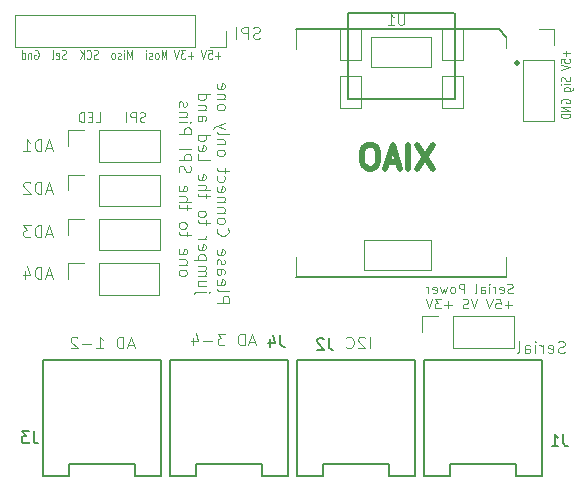
<source format=gbr>
%TF.GenerationSoftware,KiCad,Pcbnew,8.0.5*%
%TF.CreationDate,2024-10-07T22:06:05+02:00*%
%TF.ProjectId,kerstboom,6b657273-7462-46f6-9f6d-2e6b69636164,rev?*%
%TF.SameCoordinates,Original*%
%TF.FileFunction,Legend,Bot*%
%TF.FilePolarity,Positive*%
%FSLAX46Y46*%
G04 Gerber Fmt 4.6, Leading zero omitted, Abs format (unit mm)*
G04 Created by KiCad (PCBNEW 8.0.5) date 2024-10-07 22:06:05*
%MOMM*%
%LPD*%
G01*
G04 APERTURE LIST*
%ADD10C,0.100000*%
%ADD11C,0.150000*%
%ADD12C,0.101600*%
%ADD13C,0.500000*%
%ADD14C,0.127000*%
%ADD15C,0.120000*%
%ADD16C,0.066040*%
%ADD17C,0.254000*%
%ADD18C,2.200000*%
%ADD19C,3.200000*%
%ADD20R,1.270000X1.270000*%
%ADD21C,1.270000*%
%ADD22R,1.700000X1.700000*%
%ADD23O,1.700000X1.700000*%
%ADD24O,2.748280X1.998980*%
G04 APERTURE END LIST*
D10*
X153092133Y-72657143D02*
X153092133Y-73114286D01*
X153396895Y-72885714D02*
X152787371Y-72885714D01*
X152596895Y-73685714D02*
X152596895Y-73400000D01*
X152596895Y-73400000D02*
X152977847Y-73371428D01*
X152977847Y-73371428D02*
X152939752Y-73400000D01*
X152939752Y-73400000D02*
X152901657Y-73457143D01*
X152901657Y-73457143D02*
X152901657Y-73600000D01*
X152901657Y-73600000D02*
X152939752Y-73657143D01*
X152939752Y-73657143D02*
X152977847Y-73685714D01*
X152977847Y-73685714D02*
X153054038Y-73714285D01*
X153054038Y-73714285D02*
X153244514Y-73714285D01*
X153244514Y-73714285D02*
X153320704Y-73685714D01*
X153320704Y-73685714D02*
X153358800Y-73657143D01*
X153358800Y-73657143D02*
X153396895Y-73600000D01*
X153396895Y-73600000D02*
X153396895Y-73457143D01*
X153396895Y-73457143D02*
X153358800Y-73400000D01*
X153358800Y-73400000D02*
X153320704Y-73371428D01*
X152596895Y-73885714D02*
X153396895Y-74085714D01*
X153396895Y-74085714D02*
X152596895Y-74285714D01*
X153358800Y-74914286D02*
X153396895Y-75000001D01*
X153396895Y-75000001D02*
X153396895Y-75142858D01*
X153396895Y-75142858D02*
X153358800Y-75200001D01*
X153358800Y-75200001D02*
X153320704Y-75228572D01*
X153320704Y-75228572D02*
X153244514Y-75257143D01*
X153244514Y-75257143D02*
X153168323Y-75257143D01*
X153168323Y-75257143D02*
X153092133Y-75228572D01*
X153092133Y-75228572D02*
X153054038Y-75200001D01*
X153054038Y-75200001D02*
X153015942Y-75142858D01*
X153015942Y-75142858D02*
X152977847Y-75028572D01*
X152977847Y-75028572D02*
X152939752Y-74971429D01*
X152939752Y-74971429D02*
X152901657Y-74942858D01*
X152901657Y-74942858D02*
X152825466Y-74914286D01*
X152825466Y-74914286D02*
X152749276Y-74914286D01*
X152749276Y-74914286D02*
X152673085Y-74942858D01*
X152673085Y-74942858D02*
X152634990Y-74971429D01*
X152634990Y-74971429D02*
X152596895Y-75028572D01*
X152596895Y-75028572D02*
X152596895Y-75171429D01*
X152596895Y-75171429D02*
X152634990Y-75257143D01*
X153396895Y-75514287D02*
X152863561Y-75514287D01*
X152596895Y-75514287D02*
X152634990Y-75485715D01*
X152634990Y-75485715D02*
X152673085Y-75514287D01*
X152673085Y-75514287D02*
X152634990Y-75542858D01*
X152634990Y-75542858D02*
X152596895Y-75514287D01*
X152596895Y-75514287D02*
X152673085Y-75514287D01*
X152863561Y-76057144D02*
X153511180Y-76057144D01*
X153511180Y-76057144D02*
X153587371Y-76028572D01*
X153587371Y-76028572D02*
X153625466Y-76000001D01*
X153625466Y-76000001D02*
X153663561Y-75942858D01*
X153663561Y-75942858D02*
X153663561Y-75857144D01*
X153663561Y-75857144D02*
X153625466Y-75800001D01*
X153358800Y-76057144D02*
X153396895Y-76000001D01*
X153396895Y-76000001D02*
X153396895Y-75885715D01*
X153396895Y-75885715D02*
X153358800Y-75828572D01*
X153358800Y-75828572D02*
X153320704Y-75800001D01*
X153320704Y-75800001D02*
X153244514Y-75771429D01*
X153244514Y-75771429D02*
X153015942Y-75771429D01*
X153015942Y-75771429D02*
X152939752Y-75800001D01*
X152939752Y-75800001D02*
X152901657Y-75828572D01*
X152901657Y-75828572D02*
X152863561Y-75885715D01*
X152863561Y-75885715D02*
X152863561Y-76000001D01*
X152863561Y-76000001D02*
X152901657Y-76057144D01*
X152634990Y-77114286D02*
X152596895Y-77057144D01*
X152596895Y-77057144D02*
X152596895Y-76971429D01*
X152596895Y-76971429D02*
X152634990Y-76885715D01*
X152634990Y-76885715D02*
X152711180Y-76828572D01*
X152711180Y-76828572D02*
X152787371Y-76800001D01*
X152787371Y-76800001D02*
X152939752Y-76771429D01*
X152939752Y-76771429D02*
X153054038Y-76771429D01*
X153054038Y-76771429D02*
X153206419Y-76800001D01*
X153206419Y-76800001D02*
X153282609Y-76828572D01*
X153282609Y-76828572D02*
X153358800Y-76885715D01*
X153358800Y-76885715D02*
X153396895Y-76971429D01*
X153396895Y-76971429D02*
X153396895Y-77028572D01*
X153396895Y-77028572D02*
X153358800Y-77114286D01*
X153358800Y-77114286D02*
X153320704Y-77142858D01*
X153320704Y-77142858D02*
X153054038Y-77142858D01*
X153054038Y-77142858D02*
X153054038Y-77028572D01*
X153396895Y-77400001D02*
X152596895Y-77400001D01*
X152596895Y-77400001D02*
X153396895Y-77742858D01*
X153396895Y-77742858D02*
X152596895Y-77742858D01*
X153396895Y-78028572D02*
X152596895Y-78028572D01*
X152596895Y-78028572D02*
X152596895Y-78171429D01*
X152596895Y-78171429D02*
X152634990Y-78257143D01*
X152634990Y-78257143D02*
X152711180Y-78314286D01*
X152711180Y-78314286D02*
X152787371Y-78342857D01*
X152787371Y-78342857D02*
X152939752Y-78371429D01*
X152939752Y-78371429D02*
X153054038Y-78371429D01*
X153054038Y-78371429D02*
X153206419Y-78342857D01*
X153206419Y-78342857D02*
X153282609Y-78314286D01*
X153282609Y-78314286D02*
X153358800Y-78257143D01*
X153358800Y-78257143D02*
X153396895Y-78171429D01*
X153396895Y-78171429D02*
X153396895Y-78028572D01*
X136446115Y-97872419D02*
X136446115Y-96872419D01*
X136017544Y-96967657D02*
X135969925Y-96920038D01*
X135969925Y-96920038D02*
X135874687Y-96872419D01*
X135874687Y-96872419D02*
X135636592Y-96872419D01*
X135636592Y-96872419D02*
X135541354Y-96920038D01*
X135541354Y-96920038D02*
X135493735Y-96967657D01*
X135493735Y-96967657D02*
X135446116Y-97062895D01*
X135446116Y-97062895D02*
X135446116Y-97158133D01*
X135446116Y-97158133D02*
X135493735Y-97300990D01*
X135493735Y-97300990D02*
X136065163Y-97872419D01*
X136065163Y-97872419D02*
X135446116Y-97872419D01*
X134446116Y-97777180D02*
X134493735Y-97824800D01*
X134493735Y-97824800D02*
X134636592Y-97872419D01*
X134636592Y-97872419D02*
X134731830Y-97872419D01*
X134731830Y-97872419D02*
X134874687Y-97824800D01*
X134874687Y-97824800D02*
X134969925Y-97729561D01*
X134969925Y-97729561D02*
X135017544Y-97634323D01*
X135017544Y-97634323D02*
X135065163Y-97443847D01*
X135065163Y-97443847D02*
X135065163Y-97300990D01*
X135065163Y-97300990D02*
X135017544Y-97110514D01*
X135017544Y-97110514D02*
X134969925Y-97015276D01*
X134969925Y-97015276D02*
X134874687Y-96920038D01*
X134874687Y-96920038D02*
X134731830Y-96872419D01*
X134731830Y-96872419D02*
X134636592Y-96872419D01*
X134636592Y-96872419D02*
X134493735Y-96920038D01*
X134493735Y-96920038D02*
X134446116Y-96967657D01*
X116493734Y-97586704D02*
X116017544Y-97586704D01*
X116588972Y-97872419D02*
X116255639Y-96872419D01*
X116255639Y-96872419D02*
X115922306Y-97872419D01*
X115588972Y-97872419D02*
X115588972Y-96872419D01*
X115588972Y-96872419D02*
X115350877Y-96872419D01*
X115350877Y-96872419D02*
X115208020Y-96920038D01*
X115208020Y-96920038D02*
X115112782Y-97015276D01*
X115112782Y-97015276D02*
X115065163Y-97110514D01*
X115065163Y-97110514D02*
X115017544Y-97300990D01*
X115017544Y-97300990D02*
X115017544Y-97443847D01*
X115017544Y-97443847D02*
X115065163Y-97634323D01*
X115065163Y-97634323D02*
X115112782Y-97729561D01*
X115112782Y-97729561D02*
X115208020Y-97824800D01*
X115208020Y-97824800D02*
X115350877Y-97872419D01*
X115350877Y-97872419D02*
X115588972Y-97872419D01*
X113303258Y-97872419D02*
X113874686Y-97872419D01*
X113588972Y-97872419D02*
X113588972Y-96872419D01*
X113588972Y-96872419D02*
X113684210Y-97015276D01*
X113684210Y-97015276D02*
X113779448Y-97110514D01*
X113779448Y-97110514D02*
X113874686Y-97158133D01*
X112874686Y-97491466D02*
X112112782Y-97491466D01*
X111684210Y-96967657D02*
X111636591Y-96920038D01*
X111636591Y-96920038D02*
X111541353Y-96872419D01*
X111541353Y-96872419D02*
X111303258Y-96872419D01*
X111303258Y-96872419D02*
X111208020Y-96920038D01*
X111208020Y-96920038D02*
X111160401Y-96967657D01*
X111160401Y-96967657D02*
X111112782Y-97062895D01*
X111112782Y-97062895D02*
X111112782Y-97158133D01*
X111112782Y-97158133D02*
X111160401Y-97300990D01*
X111160401Y-97300990D02*
X111731829Y-97872419D01*
X111731829Y-97872419D02*
X111112782Y-97872419D01*
X127143734Y-71624800D02*
X127000877Y-71672419D01*
X127000877Y-71672419D02*
X126762782Y-71672419D01*
X126762782Y-71672419D02*
X126667544Y-71624800D01*
X126667544Y-71624800D02*
X126619925Y-71577180D01*
X126619925Y-71577180D02*
X126572306Y-71481942D01*
X126572306Y-71481942D02*
X126572306Y-71386704D01*
X126572306Y-71386704D02*
X126619925Y-71291466D01*
X126619925Y-71291466D02*
X126667544Y-71243847D01*
X126667544Y-71243847D02*
X126762782Y-71196228D01*
X126762782Y-71196228D02*
X126953258Y-71148609D01*
X126953258Y-71148609D02*
X127048496Y-71100990D01*
X127048496Y-71100990D02*
X127096115Y-71053371D01*
X127096115Y-71053371D02*
X127143734Y-70958133D01*
X127143734Y-70958133D02*
X127143734Y-70862895D01*
X127143734Y-70862895D02*
X127096115Y-70767657D01*
X127096115Y-70767657D02*
X127048496Y-70720038D01*
X127048496Y-70720038D02*
X126953258Y-70672419D01*
X126953258Y-70672419D02*
X126715163Y-70672419D01*
X126715163Y-70672419D02*
X126572306Y-70720038D01*
X126143734Y-71672419D02*
X126143734Y-70672419D01*
X126143734Y-70672419D02*
X125762782Y-70672419D01*
X125762782Y-70672419D02*
X125667544Y-70720038D01*
X125667544Y-70720038D02*
X125619925Y-70767657D01*
X125619925Y-70767657D02*
X125572306Y-70862895D01*
X125572306Y-70862895D02*
X125572306Y-71005752D01*
X125572306Y-71005752D02*
X125619925Y-71100990D01*
X125619925Y-71100990D02*
X125667544Y-71148609D01*
X125667544Y-71148609D02*
X125762782Y-71196228D01*
X125762782Y-71196228D02*
X126143734Y-71196228D01*
X125143734Y-71672419D02*
X125143734Y-70672419D01*
X109543734Y-80886704D02*
X109067544Y-80886704D01*
X109638972Y-81172419D02*
X109305639Y-80172419D01*
X109305639Y-80172419D02*
X108972306Y-81172419D01*
X108638972Y-81172419D02*
X108638972Y-80172419D01*
X108638972Y-80172419D02*
X108400877Y-80172419D01*
X108400877Y-80172419D02*
X108258020Y-80220038D01*
X108258020Y-80220038D02*
X108162782Y-80315276D01*
X108162782Y-80315276D02*
X108115163Y-80410514D01*
X108115163Y-80410514D02*
X108067544Y-80600990D01*
X108067544Y-80600990D02*
X108067544Y-80743847D01*
X108067544Y-80743847D02*
X108115163Y-80934323D01*
X108115163Y-80934323D02*
X108162782Y-81029561D01*
X108162782Y-81029561D02*
X108258020Y-81124800D01*
X108258020Y-81124800D02*
X108400877Y-81172419D01*
X108400877Y-81172419D02*
X108638972Y-81172419D01*
X107115163Y-81172419D02*
X107686591Y-81172419D01*
X107400877Y-81172419D02*
X107400877Y-80172419D01*
X107400877Y-80172419D02*
X107496115Y-80315276D01*
X107496115Y-80315276D02*
X107591353Y-80410514D01*
X107591353Y-80410514D02*
X107686591Y-80458133D01*
X126743734Y-97336704D02*
X126267544Y-97336704D01*
X126838972Y-97622419D02*
X126505639Y-96622419D01*
X126505639Y-96622419D02*
X126172306Y-97622419D01*
X125838972Y-97622419D02*
X125838972Y-96622419D01*
X125838972Y-96622419D02*
X125600877Y-96622419D01*
X125600877Y-96622419D02*
X125458020Y-96670038D01*
X125458020Y-96670038D02*
X125362782Y-96765276D01*
X125362782Y-96765276D02*
X125315163Y-96860514D01*
X125315163Y-96860514D02*
X125267544Y-97050990D01*
X125267544Y-97050990D02*
X125267544Y-97193847D01*
X125267544Y-97193847D02*
X125315163Y-97384323D01*
X125315163Y-97384323D02*
X125362782Y-97479561D01*
X125362782Y-97479561D02*
X125458020Y-97574800D01*
X125458020Y-97574800D02*
X125600877Y-97622419D01*
X125600877Y-97622419D02*
X125838972Y-97622419D01*
X124172305Y-96622419D02*
X123553258Y-96622419D01*
X123553258Y-96622419D02*
X123886591Y-97003371D01*
X123886591Y-97003371D02*
X123743734Y-97003371D01*
X123743734Y-97003371D02*
X123648496Y-97050990D01*
X123648496Y-97050990D02*
X123600877Y-97098609D01*
X123600877Y-97098609D02*
X123553258Y-97193847D01*
X123553258Y-97193847D02*
X123553258Y-97431942D01*
X123553258Y-97431942D02*
X123600877Y-97527180D01*
X123600877Y-97527180D02*
X123648496Y-97574800D01*
X123648496Y-97574800D02*
X123743734Y-97622419D01*
X123743734Y-97622419D02*
X124029448Y-97622419D01*
X124029448Y-97622419D02*
X124124686Y-97574800D01*
X124124686Y-97574800D02*
X124172305Y-97527180D01*
X123124686Y-97241466D02*
X122362782Y-97241466D01*
X121458020Y-96955752D02*
X121458020Y-97622419D01*
X121696115Y-96574800D02*
X121934210Y-97289085D01*
X121934210Y-97289085D02*
X121315163Y-97289085D01*
X117419048Y-78658800D02*
X117304762Y-78696895D01*
X117304762Y-78696895D02*
X117114286Y-78696895D01*
X117114286Y-78696895D02*
X117038095Y-78658800D01*
X117038095Y-78658800D02*
X117000000Y-78620704D01*
X117000000Y-78620704D02*
X116961905Y-78544514D01*
X116961905Y-78544514D02*
X116961905Y-78468323D01*
X116961905Y-78468323D02*
X117000000Y-78392133D01*
X117000000Y-78392133D02*
X117038095Y-78354038D01*
X117038095Y-78354038D02*
X117114286Y-78315942D01*
X117114286Y-78315942D02*
X117266667Y-78277847D01*
X117266667Y-78277847D02*
X117342857Y-78239752D01*
X117342857Y-78239752D02*
X117380952Y-78201657D01*
X117380952Y-78201657D02*
X117419048Y-78125466D01*
X117419048Y-78125466D02*
X117419048Y-78049276D01*
X117419048Y-78049276D02*
X117380952Y-77973085D01*
X117380952Y-77973085D02*
X117342857Y-77934990D01*
X117342857Y-77934990D02*
X117266667Y-77896895D01*
X117266667Y-77896895D02*
X117076190Y-77896895D01*
X117076190Y-77896895D02*
X116961905Y-77934990D01*
X116619047Y-78696895D02*
X116619047Y-77896895D01*
X116619047Y-77896895D02*
X116314285Y-77896895D01*
X116314285Y-77896895D02*
X116238095Y-77934990D01*
X116238095Y-77934990D02*
X116200000Y-77973085D01*
X116200000Y-77973085D02*
X116161904Y-78049276D01*
X116161904Y-78049276D02*
X116161904Y-78163561D01*
X116161904Y-78163561D02*
X116200000Y-78239752D01*
X116200000Y-78239752D02*
X116238095Y-78277847D01*
X116238095Y-78277847D02*
X116314285Y-78315942D01*
X116314285Y-78315942D02*
X116619047Y-78315942D01*
X115819047Y-78696895D02*
X115819047Y-77896895D01*
X113228571Y-78696895D02*
X113609523Y-78696895D01*
X113609523Y-78696895D02*
X113609523Y-77896895D01*
X112961904Y-78277847D02*
X112695238Y-78277847D01*
X112580952Y-78696895D02*
X112961904Y-78696895D01*
X112961904Y-78696895D02*
X112961904Y-77896895D01*
X112961904Y-77896895D02*
X112580952Y-77896895D01*
X112238094Y-78696895D02*
X112238094Y-77896895D01*
X112238094Y-77896895D02*
X112047618Y-77896895D01*
X112047618Y-77896895D02*
X111933332Y-77934990D01*
X111933332Y-77934990D02*
X111857142Y-78011180D01*
X111857142Y-78011180D02*
X111819047Y-78087371D01*
X111819047Y-78087371D02*
X111780951Y-78239752D01*
X111780951Y-78239752D02*
X111780951Y-78354038D01*
X111780951Y-78354038D02*
X111819047Y-78506419D01*
X111819047Y-78506419D02*
X111857142Y-78582609D01*
X111857142Y-78582609D02*
X111933332Y-78658800D01*
X111933332Y-78658800D02*
X112047618Y-78696895D01*
X112047618Y-78696895D02*
X112238094Y-78696895D01*
X123791353Y-73092133D02*
X123334211Y-73092133D01*
X123562782Y-73396895D02*
X123562782Y-72787371D01*
X122762782Y-72596895D02*
X123048496Y-72596895D01*
X123048496Y-72596895D02*
X123077068Y-72977847D01*
X123077068Y-72977847D02*
X123048496Y-72939752D01*
X123048496Y-72939752D02*
X122991354Y-72901657D01*
X122991354Y-72901657D02*
X122848496Y-72901657D01*
X122848496Y-72901657D02*
X122791354Y-72939752D01*
X122791354Y-72939752D02*
X122762782Y-72977847D01*
X122762782Y-72977847D02*
X122734211Y-73054038D01*
X122734211Y-73054038D02*
X122734211Y-73244514D01*
X122734211Y-73244514D02*
X122762782Y-73320704D01*
X122762782Y-73320704D02*
X122791354Y-73358800D01*
X122791354Y-73358800D02*
X122848496Y-73396895D01*
X122848496Y-73396895D02*
X122991354Y-73396895D01*
X122991354Y-73396895D02*
X123048496Y-73358800D01*
X123048496Y-73358800D02*
X123077068Y-73320704D01*
X122562782Y-72596895D02*
X122362782Y-73396895D01*
X122362782Y-73396895D02*
X122162782Y-72596895D01*
X121505638Y-73092133D02*
X121048496Y-73092133D01*
X121277067Y-73396895D02*
X121277067Y-72787371D01*
X120819924Y-72596895D02*
X120448496Y-72596895D01*
X120448496Y-72596895D02*
X120648496Y-72901657D01*
X120648496Y-72901657D02*
X120562781Y-72901657D01*
X120562781Y-72901657D02*
X120505639Y-72939752D01*
X120505639Y-72939752D02*
X120477067Y-72977847D01*
X120477067Y-72977847D02*
X120448496Y-73054038D01*
X120448496Y-73054038D02*
X120448496Y-73244514D01*
X120448496Y-73244514D02*
X120477067Y-73320704D01*
X120477067Y-73320704D02*
X120505639Y-73358800D01*
X120505639Y-73358800D02*
X120562781Y-73396895D01*
X120562781Y-73396895D02*
X120734210Y-73396895D01*
X120734210Y-73396895D02*
X120791353Y-73358800D01*
X120791353Y-73358800D02*
X120819924Y-73320704D01*
X120277067Y-72596895D02*
X120077067Y-73396895D01*
X120077067Y-73396895D02*
X119877067Y-72596895D01*
X119219923Y-73396895D02*
X119219923Y-72596895D01*
X119219923Y-72596895D02*
X119019923Y-73168323D01*
X119019923Y-73168323D02*
X118819923Y-72596895D01*
X118819923Y-72596895D02*
X118819923Y-73396895D01*
X118448495Y-73396895D02*
X118505638Y-73358800D01*
X118505638Y-73358800D02*
X118534209Y-73320704D01*
X118534209Y-73320704D02*
X118562781Y-73244514D01*
X118562781Y-73244514D02*
X118562781Y-73015942D01*
X118562781Y-73015942D02*
X118534209Y-72939752D01*
X118534209Y-72939752D02*
X118505638Y-72901657D01*
X118505638Y-72901657D02*
X118448495Y-72863561D01*
X118448495Y-72863561D02*
X118362781Y-72863561D01*
X118362781Y-72863561D02*
X118305638Y-72901657D01*
X118305638Y-72901657D02*
X118277067Y-72939752D01*
X118277067Y-72939752D02*
X118248495Y-73015942D01*
X118248495Y-73015942D02*
X118248495Y-73244514D01*
X118248495Y-73244514D02*
X118277067Y-73320704D01*
X118277067Y-73320704D02*
X118305638Y-73358800D01*
X118305638Y-73358800D02*
X118362781Y-73396895D01*
X118362781Y-73396895D02*
X118448495Y-73396895D01*
X118019924Y-73358800D02*
X117962781Y-73396895D01*
X117962781Y-73396895D02*
X117848495Y-73396895D01*
X117848495Y-73396895D02*
X117791352Y-73358800D01*
X117791352Y-73358800D02*
X117762781Y-73282609D01*
X117762781Y-73282609D02*
X117762781Y-73244514D01*
X117762781Y-73244514D02*
X117791352Y-73168323D01*
X117791352Y-73168323D02*
X117848495Y-73130228D01*
X117848495Y-73130228D02*
X117934210Y-73130228D01*
X117934210Y-73130228D02*
X117991352Y-73092133D01*
X117991352Y-73092133D02*
X118019924Y-73015942D01*
X118019924Y-73015942D02*
X118019924Y-72977847D01*
X118019924Y-72977847D02*
X117991352Y-72901657D01*
X117991352Y-72901657D02*
X117934210Y-72863561D01*
X117934210Y-72863561D02*
X117848495Y-72863561D01*
X117848495Y-72863561D02*
X117791352Y-72901657D01*
X117505638Y-73396895D02*
X117505638Y-72863561D01*
X117505638Y-72596895D02*
X117534210Y-72634990D01*
X117534210Y-72634990D02*
X117505638Y-72673085D01*
X117505638Y-72673085D02*
X117477067Y-72634990D01*
X117477067Y-72634990D02*
X117505638Y-72596895D01*
X117505638Y-72596895D02*
X117505638Y-72673085D01*
X116305638Y-73396895D02*
X116305638Y-72596895D01*
X116305638Y-72596895D02*
X116105638Y-73168323D01*
X116105638Y-73168323D02*
X115905638Y-72596895D01*
X115905638Y-72596895D02*
X115905638Y-73396895D01*
X115619924Y-73396895D02*
X115619924Y-72863561D01*
X115619924Y-72596895D02*
X115648496Y-72634990D01*
X115648496Y-72634990D02*
X115619924Y-72673085D01*
X115619924Y-72673085D02*
X115591353Y-72634990D01*
X115591353Y-72634990D02*
X115619924Y-72596895D01*
X115619924Y-72596895D02*
X115619924Y-72673085D01*
X115362782Y-73358800D02*
X115305639Y-73396895D01*
X115305639Y-73396895D02*
X115191353Y-73396895D01*
X115191353Y-73396895D02*
X115134210Y-73358800D01*
X115134210Y-73358800D02*
X115105639Y-73282609D01*
X115105639Y-73282609D02*
X115105639Y-73244514D01*
X115105639Y-73244514D02*
X115134210Y-73168323D01*
X115134210Y-73168323D02*
X115191353Y-73130228D01*
X115191353Y-73130228D02*
X115277068Y-73130228D01*
X115277068Y-73130228D02*
X115334210Y-73092133D01*
X115334210Y-73092133D02*
X115362782Y-73015942D01*
X115362782Y-73015942D02*
X115362782Y-72977847D01*
X115362782Y-72977847D02*
X115334210Y-72901657D01*
X115334210Y-72901657D02*
X115277068Y-72863561D01*
X115277068Y-72863561D02*
X115191353Y-72863561D01*
X115191353Y-72863561D02*
X115134210Y-72901657D01*
X114762782Y-73396895D02*
X114819925Y-73358800D01*
X114819925Y-73358800D02*
X114848496Y-73320704D01*
X114848496Y-73320704D02*
X114877068Y-73244514D01*
X114877068Y-73244514D02*
X114877068Y-73015942D01*
X114877068Y-73015942D02*
X114848496Y-72939752D01*
X114848496Y-72939752D02*
X114819925Y-72901657D01*
X114819925Y-72901657D02*
X114762782Y-72863561D01*
X114762782Y-72863561D02*
X114677068Y-72863561D01*
X114677068Y-72863561D02*
X114619925Y-72901657D01*
X114619925Y-72901657D02*
X114591354Y-72939752D01*
X114591354Y-72939752D02*
X114562782Y-73015942D01*
X114562782Y-73015942D02*
X114562782Y-73244514D01*
X114562782Y-73244514D02*
X114591354Y-73320704D01*
X114591354Y-73320704D02*
X114619925Y-73358800D01*
X114619925Y-73358800D02*
X114677068Y-73396895D01*
X114677068Y-73396895D02*
X114762782Y-73396895D01*
X113419925Y-73358800D02*
X113334211Y-73396895D01*
X113334211Y-73396895D02*
X113191353Y-73396895D01*
X113191353Y-73396895D02*
X113134211Y-73358800D01*
X113134211Y-73358800D02*
X113105639Y-73320704D01*
X113105639Y-73320704D02*
X113077068Y-73244514D01*
X113077068Y-73244514D02*
X113077068Y-73168323D01*
X113077068Y-73168323D02*
X113105639Y-73092133D01*
X113105639Y-73092133D02*
X113134211Y-73054038D01*
X113134211Y-73054038D02*
X113191353Y-73015942D01*
X113191353Y-73015942D02*
X113305639Y-72977847D01*
X113305639Y-72977847D02*
X113362782Y-72939752D01*
X113362782Y-72939752D02*
X113391353Y-72901657D01*
X113391353Y-72901657D02*
X113419925Y-72825466D01*
X113419925Y-72825466D02*
X113419925Y-72749276D01*
X113419925Y-72749276D02*
X113391353Y-72673085D01*
X113391353Y-72673085D02*
X113362782Y-72634990D01*
X113362782Y-72634990D02*
X113305639Y-72596895D01*
X113305639Y-72596895D02*
X113162782Y-72596895D01*
X113162782Y-72596895D02*
X113077068Y-72634990D01*
X112477067Y-73320704D02*
X112505639Y-73358800D01*
X112505639Y-73358800D02*
X112591353Y-73396895D01*
X112591353Y-73396895D02*
X112648496Y-73396895D01*
X112648496Y-73396895D02*
X112734210Y-73358800D01*
X112734210Y-73358800D02*
X112791353Y-73282609D01*
X112791353Y-73282609D02*
X112819924Y-73206419D01*
X112819924Y-73206419D02*
X112848496Y-73054038D01*
X112848496Y-73054038D02*
X112848496Y-72939752D01*
X112848496Y-72939752D02*
X112819924Y-72787371D01*
X112819924Y-72787371D02*
X112791353Y-72711180D01*
X112791353Y-72711180D02*
X112734210Y-72634990D01*
X112734210Y-72634990D02*
X112648496Y-72596895D01*
X112648496Y-72596895D02*
X112591353Y-72596895D01*
X112591353Y-72596895D02*
X112505639Y-72634990D01*
X112505639Y-72634990D02*
X112477067Y-72673085D01*
X112219924Y-73396895D02*
X112219924Y-72596895D01*
X111877067Y-73396895D02*
X112134210Y-72939752D01*
X111877067Y-72596895D02*
X112219924Y-73054038D01*
X110734210Y-73358800D02*
X110648496Y-73396895D01*
X110648496Y-73396895D02*
X110505638Y-73396895D01*
X110505638Y-73396895D02*
X110448496Y-73358800D01*
X110448496Y-73358800D02*
X110419924Y-73320704D01*
X110419924Y-73320704D02*
X110391353Y-73244514D01*
X110391353Y-73244514D02*
X110391353Y-73168323D01*
X110391353Y-73168323D02*
X110419924Y-73092133D01*
X110419924Y-73092133D02*
X110448496Y-73054038D01*
X110448496Y-73054038D02*
X110505638Y-73015942D01*
X110505638Y-73015942D02*
X110619924Y-72977847D01*
X110619924Y-72977847D02*
X110677067Y-72939752D01*
X110677067Y-72939752D02*
X110705638Y-72901657D01*
X110705638Y-72901657D02*
X110734210Y-72825466D01*
X110734210Y-72825466D02*
X110734210Y-72749276D01*
X110734210Y-72749276D02*
X110705638Y-72673085D01*
X110705638Y-72673085D02*
X110677067Y-72634990D01*
X110677067Y-72634990D02*
X110619924Y-72596895D01*
X110619924Y-72596895D02*
X110477067Y-72596895D01*
X110477067Y-72596895D02*
X110391353Y-72634990D01*
X109905638Y-73358800D02*
X109962781Y-73396895D01*
X109962781Y-73396895D02*
X110077067Y-73396895D01*
X110077067Y-73396895D02*
X110134209Y-73358800D01*
X110134209Y-73358800D02*
X110162781Y-73282609D01*
X110162781Y-73282609D02*
X110162781Y-72977847D01*
X110162781Y-72977847D02*
X110134209Y-72901657D01*
X110134209Y-72901657D02*
X110077067Y-72863561D01*
X110077067Y-72863561D02*
X109962781Y-72863561D01*
X109962781Y-72863561D02*
X109905638Y-72901657D01*
X109905638Y-72901657D02*
X109877067Y-72977847D01*
X109877067Y-72977847D02*
X109877067Y-73054038D01*
X109877067Y-73054038D02*
X110162781Y-73130228D01*
X109534209Y-73396895D02*
X109591352Y-73358800D01*
X109591352Y-73358800D02*
X109619923Y-73282609D01*
X109619923Y-73282609D02*
X109619923Y-72596895D01*
X108077066Y-72634990D02*
X108134209Y-72596895D01*
X108134209Y-72596895D02*
X108219923Y-72596895D01*
X108219923Y-72596895D02*
X108305637Y-72634990D01*
X108305637Y-72634990D02*
X108362780Y-72711180D01*
X108362780Y-72711180D02*
X108391351Y-72787371D01*
X108391351Y-72787371D02*
X108419923Y-72939752D01*
X108419923Y-72939752D02*
X108419923Y-73054038D01*
X108419923Y-73054038D02*
X108391351Y-73206419D01*
X108391351Y-73206419D02*
X108362780Y-73282609D01*
X108362780Y-73282609D02*
X108305637Y-73358800D01*
X108305637Y-73358800D02*
X108219923Y-73396895D01*
X108219923Y-73396895D02*
X108162780Y-73396895D01*
X108162780Y-73396895D02*
X108077066Y-73358800D01*
X108077066Y-73358800D02*
X108048494Y-73320704D01*
X108048494Y-73320704D02*
X108048494Y-73054038D01*
X108048494Y-73054038D02*
X108162780Y-73054038D01*
X107791351Y-72863561D02*
X107791351Y-73396895D01*
X107791351Y-72939752D02*
X107762780Y-72901657D01*
X107762780Y-72901657D02*
X107705637Y-72863561D01*
X107705637Y-72863561D02*
X107619923Y-72863561D01*
X107619923Y-72863561D02*
X107562780Y-72901657D01*
X107562780Y-72901657D02*
X107534209Y-72977847D01*
X107534209Y-72977847D02*
X107534209Y-73396895D01*
X106991352Y-73396895D02*
X106991352Y-72596895D01*
X106991352Y-73358800D02*
X107048494Y-73396895D01*
X107048494Y-73396895D02*
X107162780Y-73396895D01*
X107162780Y-73396895D02*
X107219923Y-73358800D01*
X107219923Y-73358800D02*
X107248494Y-73320704D01*
X107248494Y-73320704D02*
X107277066Y-73244514D01*
X107277066Y-73244514D02*
X107277066Y-73015942D01*
X107277066Y-73015942D02*
X107248494Y-72939752D01*
X107248494Y-72939752D02*
X107219923Y-72901657D01*
X107219923Y-72901657D02*
X107162780Y-72863561D01*
X107162780Y-72863561D02*
X107048494Y-72863561D01*
X107048494Y-72863561D02*
X106991352Y-72901657D01*
X109543734Y-84486704D02*
X109067544Y-84486704D01*
X109638972Y-84772419D02*
X109305639Y-83772419D01*
X109305639Y-83772419D02*
X108972306Y-84772419D01*
X108638972Y-84772419D02*
X108638972Y-83772419D01*
X108638972Y-83772419D02*
X108400877Y-83772419D01*
X108400877Y-83772419D02*
X108258020Y-83820038D01*
X108258020Y-83820038D02*
X108162782Y-83915276D01*
X108162782Y-83915276D02*
X108115163Y-84010514D01*
X108115163Y-84010514D02*
X108067544Y-84200990D01*
X108067544Y-84200990D02*
X108067544Y-84343847D01*
X108067544Y-84343847D02*
X108115163Y-84534323D01*
X108115163Y-84534323D02*
X108162782Y-84629561D01*
X108162782Y-84629561D02*
X108258020Y-84724800D01*
X108258020Y-84724800D02*
X108400877Y-84772419D01*
X108400877Y-84772419D02*
X108638972Y-84772419D01*
X107686591Y-83867657D02*
X107638972Y-83820038D01*
X107638972Y-83820038D02*
X107543734Y-83772419D01*
X107543734Y-83772419D02*
X107305639Y-83772419D01*
X107305639Y-83772419D02*
X107210401Y-83820038D01*
X107210401Y-83820038D02*
X107162782Y-83867657D01*
X107162782Y-83867657D02*
X107115163Y-83962895D01*
X107115163Y-83962895D02*
X107115163Y-84058133D01*
X107115163Y-84058133D02*
X107162782Y-84200990D01*
X107162782Y-84200990D02*
X107734210Y-84772419D01*
X107734210Y-84772419D02*
X107115163Y-84772419D01*
X109543734Y-88186704D02*
X109067544Y-88186704D01*
X109638972Y-88472419D02*
X109305639Y-87472419D01*
X109305639Y-87472419D02*
X108972306Y-88472419D01*
X108638972Y-88472419D02*
X108638972Y-87472419D01*
X108638972Y-87472419D02*
X108400877Y-87472419D01*
X108400877Y-87472419D02*
X108258020Y-87520038D01*
X108258020Y-87520038D02*
X108162782Y-87615276D01*
X108162782Y-87615276D02*
X108115163Y-87710514D01*
X108115163Y-87710514D02*
X108067544Y-87900990D01*
X108067544Y-87900990D02*
X108067544Y-88043847D01*
X108067544Y-88043847D02*
X108115163Y-88234323D01*
X108115163Y-88234323D02*
X108162782Y-88329561D01*
X108162782Y-88329561D02*
X108258020Y-88424800D01*
X108258020Y-88424800D02*
X108400877Y-88472419D01*
X108400877Y-88472419D02*
X108638972Y-88472419D01*
X107734210Y-87472419D02*
X107115163Y-87472419D01*
X107115163Y-87472419D02*
X107448496Y-87853371D01*
X107448496Y-87853371D02*
X107305639Y-87853371D01*
X107305639Y-87853371D02*
X107210401Y-87900990D01*
X107210401Y-87900990D02*
X107162782Y-87948609D01*
X107162782Y-87948609D02*
X107115163Y-88043847D01*
X107115163Y-88043847D02*
X107115163Y-88281942D01*
X107115163Y-88281942D02*
X107162782Y-88377180D01*
X107162782Y-88377180D02*
X107210401Y-88424800D01*
X107210401Y-88424800D02*
X107305639Y-88472419D01*
X107305639Y-88472419D02*
X107591353Y-88472419D01*
X107591353Y-88472419D02*
X107686591Y-88424800D01*
X107686591Y-88424800D02*
X107734210Y-88377180D01*
X148557143Y-93170845D02*
X148442857Y-93208940D01*
X148442857Y-93208940D02*
X148252381Y-93208940D01*
X148252381Y-93208940D02*
X148176190Y-93170845D01*
X148176190Y-93170845D02*
X148138095Y-93132749D01*
X148138095Y-93132749D02*
X148100000Y-93056559D01*
X148100000Y-93056559D02*
X148100000Y-92980368D01*
X148100000Y-92980368D02*
X148138095Y-92904178D01*
X148138095Y-92904178D02*
X148176190Y-92866083D01*
X148176190Y-92866083D02*
X148252381Y-92827987D01*
X148252381Y-92827987D02*
X148404762Y-92789892D01*
X148404762Y-92789892D02*
X148480952Y-92751797D01*
X148480952Y-92751797D02*
X148519047Y-92713702D01*
X148519047Y-92713702D02*
X148557143Y-92637511D01*
X148557143Y-92637511D02*
X148557143Y-92561321D01*
X148557143Y-92561321D02*
X148519047Y-92485130D01*
X148519047Y-92485130D02*
X148480952Y-92447035D01*
X148480952Y-92447035D02*
X148404762Y-92408940D01*
X148404762Y-92408940D02*
X148214285Y-92408940D01*
X148214285Y-92408940D02*
X148100000Y-92447035D01*
X147452380Y-93170845D02*
X147528571Y-93208940D01*
X147528571Y-93208940D02*
X147680952Y-93208940D01*
X147680952Y-93208940D02*
X147757142Y-93170845D01*
X147757142Y-93170845D02*
X147795238Y-93094654D01*
X147795238Y-93094654D02*
X147795238Y-92789892D01*
X147795238Y-92789892D02*
X147757142Y-92713702D01*
X147757142Y-92713702D02*
X147680952Y-92675606D01*
X147680952Y-92675606D02*
X147528571Y-92675606D01*
X147528571Y-92675606D02*
X147452380Y-92713702D01*
X147452380Y-92713702D02*
X147414285Y-92789892D01*
X147414285Y-92789892D02*
X147414285Y-92866083D01*
X147414285Y-92866083D02*
X147795238Y-92942273D01*
X147071428Y-93208940D02*
X147071428Y-92675606D01*
X147071428Y-92827987D02*
X147033333Y-92751797D01*
X147033333Y-92751797D02*
X146995238Y-92713702D01*
X146995238Y-92713702D02*
X146919047Y-92675606D01*
X146919047Y-92675606D02*
X146842857Y-92675606D01*
X146576190Y-93208940D02*
X146576190Y-92675606D01*
X146576190Y-92408940D02*
X146614286Y-92447035D01*
X146614286Y-92447035D02*
X146576190Y-92485130D01*
X146576190Y-92485130D02*
X146538095Y-92447035D01*
X146538095Y-92447035D02*
X146576190Y-92408940D01*
X146576190Y-92408940D02*
X146576190Y-92485130D01*
X145852381Y-93208940D02*
X145852381Y-92789892D01*
X145852381Y-92789892D02*
X145890476Y-92713702D01*
X145890476Y-92713702D02*
X145966667Y-92675606D01*
X145966667Y-92675606D02*
X146119048Y-92675606D01*
X146119048Y-92675606D02*
X146195238Y-92713702D01*
X145852381Y-93170845D02*
X145928572Y-93208940D01*
X145928572Y-93208940D02*
X146119048Y-93208940D01*
X146119048Y-93208940D02*
X146195238Y-93170845D01*
X146195238Y-93170845D02*
X146233334Y-93094654D01*
X146233334Y-93094654D02*
X146233334Y-93018464D01*
X146233334Y-93018464D02*
X146195238Y-92942273D01*
X146195238Y-92942273D02*
X146119048Y-92904178D01*
X146119048Y-92904178D02*
X145928572Y-92904178D01*
X145928572Y-92904178D02*
X145852381Y-92866083D01*
X145357143Y-93208940D02*
X145433333Y-93170845D01*
X145433333Y-93170845D02*
X145471428Y-93094654D01*
X145471428Y-93094654D02*
X145471428Y-92408940D01*
X144442856Y-93208940D02*
X144442856Y-92408940D01*
X144442856Y-92408940D02*
X144138094Y-92408940D01*
X144138094Y-92408940D02*
X144061904Y-92447035D01*
X144061904Y-92447035D02*
X144023809Y-92485130D01*
X144023809Y-92485130D02*
X143985713Y-92561321D01*
X143985713Y-92561321D02*
X143985713Y-92675606D01*
X143985713Y-92675606D02*
X144023809Y-92751797D01*
X144023809Y-92751797D02*
X144061904Y-92789892D01*
X144061904Y-92789892D02*
X144138094Y-92827987D01*
X144138094Y-92827987D02*
X144442856Y-92827987D01*
X143528571Y-93208940D02*
X143604761Y-93170845D01*
X143604761Y-93170845D02*
X143642856Y-93132749D01*
X143642856Y-93132749D02*
X143680952Y-93056559D01*
X143680952Y-93056559D02*
X143680952Y-92827987D01*
X143680952Y-92827987D02*
X143642856Y-92751797D01*
X143642856Y-92751797D02*
X143604761Y-92713702D01*
X143604761Y-92713702D02*
X143528571Y-92675606D01*
X143528571Y-92675606D02*
X143414285Y-92675606D01*
X143414285Y-92675606D02*
X143338094Y-92713702D01*
X143338094Y-92713702D02*
X143299999Y-92751797D01*
X143299999Y-92751797D02*
X143261904Y-92827987D01*
X143261904Y-92827987D02*
X143261904Y-93056559D01*
X143261904Y-93056559D02*
X143299999Y-93132749D01*
X143299999Y-93132749D02*
X143338094Y-93170845D01*
X143338094Y-93170845D02*
X143414285Y-93208940D01*
X143414285Y-93208940D02*
X143528571Y-93208940D01*
X142995237Y-92675606D02*
X142842856Y-93208940D01*
X142842856Y-93208940D02*
X142690475Y-92827987D01*
X142690475Y-92827987D02*
X142538094Y-93208940D01*
X142538094Y-93208940D02*
X142385713Y-92675606D01*
X141776189Y-93170845D02*
X141852380Y-93208940D01*
X141852380Y-93208940D02*
X142004761Y-93208940D01*
X142004761Y-93208940D02*
X142080951Y-93170845D01*
X142080951Y-93170845D02*
X142119047Y-93094654D01*
X142119047Y-93094654D02*
X142119047Y-92789892D01*
X142119047Y-92789892D02*
X142080951Y-92713702D01*
X142080951Y-92713702D02*
X142004761Y-92675606D01*
X142004761Y-92675606D02*
X141852380Y-92675606D01*
X141852380Y-92675606D02*
X141776189Y-92713702D01*
X141776189Y-92713702D02*
X141738094Y-92789892D01*
X141738094Y-92789892D02*
X141738094Y-92866083D01*
X141738094Y-92866083D02*
X142119047Y-92942273D01*
X141395237Y-93208940D02*
X141395237Y-92675606D01*
X141395237Y-92827987D02*
X141357142Y-92751797D01*
X141357142Y-92751797D02*
X141319047Y-92713702D01*
X141319047Y-92713702D02*
X141242856Y-92675606D01*
X141242856Y-92675606D02*
X141166666Y-92675606D01*
X148480951Y-94192133D02*
X147871428Y-94192133D01*
X148176189Y-94496895D02*
X148176189Y-93887371D01*
X147109523Y-93696895D02*
X147490475Y-93696895D01*
X147490475Y-93696895D02*
X147528571Y-94077847D01*
X147528571Y-94077847D02*
X147490475Y-94039752D01*
X147490475Y-94039752D02*
X147414285Y-94001657D01*
X147414285Y-94001657D02*
X147223809Y-94001657D01*
X147223809Y-94001657D02*
X147147618Y-94039752D01*
X147147618Y-94039752D02*
X147109523Y-94077847D01*
X147109523Y-94077847D02*
X147071428Y-94154038D01*
X147071428Y-94154038D02*
X147071428Y-94344514D01*
X147071428Y-94344514D02*
X147109523Y-94420704D01*
X147109523Y-94420704D02*
X147147618Y-94458800D01*
X147147618Y-94458800D02*
X147223809Y-94496895D01*
X147223809Y-94496895D02*
X147414285Y-94496895D01*
X147414285Y-94496895D02*
X147490475Y-94458800D01*
X147490475Y-94458800D02*
X147528571Y-94420704D01*
X146842856Y-93696895D02*
X146576189Y-94496895D01*
X146576189Y-94496895D02*
X146309523Y-93696895D01*
X145547618Y-93696895D02*
X145280951Y-94496895D01*
X145280951Y-94496895D02*
X145014285Y-93696895D01*
X144785714Y-94458800D02*
X144671428Y-94496895D01*
X144671428Y-94496895D02*
X144480952Y-94496895D01*
X144480952Y-94496895D02*
X144404761Y-94458800D01*
X144404761Y-94458800D02*
X144366666Y-94420704D01*
X144366666Y-94420704D02*
X144328571Y-94344514D01*
X144328571Y-94344514D02*
X144328571Y-94268323D01*
X144328571Y-94268323D02*
X144366666Y-94192133D01*
X144366666Y-94192133D02*
X144404761Y-94154038D01*
X144404761Y-94154038D02*
X144480952Y-94115942D01*
X144480952Y-94115942D02*
X144633333Y-94077847D01*
X144633333Y-94077847D02*
X144709523Y-94039752D01*
X144709523Y-94039752D02*
X144747618Y-94001657D01*
X144747618Y-94001657D02*
X144785714Y-93925466D01*
X144785714Y-93925466D02*
X144785714Y-93849276D01*
X144785714Y-93849276D02*
X144747618Y-93773085D01*
X144747618Y-93773085D02*
X144709523Y-93734990D01*
X144709523Y-93734990D02*
X144633333Y-93696895D01*
X144633333Y-93696895D02*
X144442856Y-93696895D01*
X144442856Y-93696895D02*
X144328571Y-93734990D01*
X143376189Y-94192133D02*
X142766666Y-94192133D01*
X143071427Y-94496895D02*
X143071427Y-93887371D01*
X142461904Y-93696895D02*
X141966666Y-93696895D01*
X141966666Y-93696895D02*
X142233332Y-94001657D01*
X142233332Y-94001657D02*
X142119047Y-94001657D01*
X142119047Y-94001657D02*
X142042856Y-94039752D01*
X142042856Y-94039752D02*
X142004761Y-94077847D01*
X142004761Y-94077847D02*
X141966666Y-94154038D01*
X141966666Y-94154038D02*
X141966666Y-94344514D01*
X141966666Y-94344514D02*
X142004761Y-94420704D01*
X142004761Y-94420704D02*
X142042856Y-94458800D01*
X142042856Y-94458800D02*
X142119047Y-94496895D01*
X142119047Y-94496895D02*
X142347618Y-94496895D01*
X142347618Y-94496895D02*
X142423809Y-94458800D01*
X142423809Y-94458800D02*
X142461904Y-94420704D01*
X141738094Y-93696895D02*
X141471427Y-94496895D01*
X141471427Y-94496895D02*
X141204761Y-93696895D01*
X152943734Y-98224800D02*
X152800877Y-98272419D01*
X152800877Y-98272419D02*
X152562782Y-98272419D01*
X152562782Y-98272419D02*
X152467544Y-98224800D01*
X152467544Y-98224800D02*
X152419925Y-98177180D01*
X152419925Y-98177180D02*
X152372306Y-98081942D01*
X152372306Y-98081942D02*
X152372306Y-97986704D01*
X152372306Y-97986704D02*
X152419925Y-97891466D01*
X152419925Y-97891466D02*
X152467544Y-97843847D01*
X152467544Y-97843847D02*
X152562782Y-97796228D01*
X152562782Y-97796228D02*
X152753258Y-97748609D01*
X152753258Y-97748609D02*
X152848496Y-97700990D01*
X152848496Y-97700990D02*
X152896115Y-97653371D01*
X152896115Y-97653371D02*
X152943734Y-97558133D01*
X152943734Y-97558133D02*
X152943734Y-97462895D01*
X152943734Y-97462895D02*
X152896115Y-97367657D01*
X152896115Y-97367657D02*
X152848496Y-97320038D01*
X152848496Y-97320038D02*
X152753258Y-97272419D01*
X152753258Y-97272419D02*
X152515163Y-97272419D01*
X152515163Y-97272419D02*
X152372306Y-97320038D01*
X151562782Y-98224800D02*
X151658020Y-98272419D01*
X151658020Y-98272419D02*
X151848496Y-98272419D01*
X151848496Y-98272419D02*
X151943734Y-98224800D01*
X151943734Y-98224800D02*
X151991353Y-98129561D01*
X151991353Y-98129561D02*
X151991353Y-97748609D01*
X151991353Y-97748609D02*
X151943734Y-97653371D01*
X151943734Y-97653371D02*
X151848496Y-97605752D01*
X151848496Y-97605752D02*
X151658020Y-97605752D01*
X151658020Y-97605752D02*
X151562782Y-97653371D01*
X151562782Y-97653371D02*
X151515163Y-97748609D01*
X151515163Y-97748609D02*
X151515163Y-97843847D01*
X151515163Y-97843847D02*
X151991353Y-97939085D01*
X151086591Y-98272419D02*
X151086591Y-97605752D01*
X151086591Y-97796228D02*
X151038972Y-97700990D01*
X151038972Y-97700990D02*
X150991353Y-97653371D01*
X150991353Y-97653371D02*
X150896115Y-97605752D01*
X150896115Y-97605752D02*
X150800877Y-97605752D01*
X150467543Y-98272419D02*
X150467543Y-97605752D01*
X150467543Y-97272419D02*
X150515162Y-97320038D01*
X150515162Y-97320038D02*
X150467543Y-97367657D01*
X150467543Y-97367657D02*
X150419924Y-97320038D01*
X150419924Y-97320038D02*
X150467543Y-97272419D01*
X150467543Y-97272419D02*
X150467543Y-97367657D01*
X149562782Y-98272419D02*
X149562782Y-97748609D01*
X149562782Y-97748609D02*
X149610401Y-97653371D01*
X149610401Y-97653371D02*
X149705639Y-97605752D01*
X149705639Y-97605752D02*
X149896115Y-97605752D01*
X149896115Y-97605752D02*
X149991353Y-97653371D01*
X149562782Y-98224800D02*
X149658020Y-98272419D01*
X149658020Y-98272419D02*
X149896115Y-98272419D01*
X149896115Y-98272419D02*
X149991353Y-98224800D01*
X149991353Y-98224800D02*
X150038972Y-98129561D01*
X150038972Y-98129561D02*
X150038972Y-98034323D01*
X150038972Y-98034323D02*
X149991353Y-97939085D01*
X149991353Y-97939085D02*
X149896115Y-97891466D01*
X149896115Y-97891466D02*
X149658020Y-97891466D01*
X149658020Y-97891466D02*
X149562782Y-97843847D01*
X148943734Y-98272419D02*
X149038972Y-98224800D01*
X149038972Y-98224800D02*
X149086591Y-98129561D01*
X149086591Y-98129561D02*
X149086591Y-97272419D01*
X123497468Y-93992858D02*
X124497468Y-93992858D01*
X124497468Y-93992858D02*
X124497468Y-93611906D01*
X124497468Y-93611906D02*
X124449849Y-93516668D01*
X124449849Y-93516668D02*
X124402230Y-93469049D01*
X124402230Y-93469049D02*
X124306992Y-93421430D01*
X124306992Y-93421430D02*
X124164135Y-93421430D01*
X124164135Y-93421430D02*
X124068897Y-93469049D01*
X124068897Y-93469049D02*
X124021278Y-93516668D01*
X124021278Y-93516668D02*
X123973659Y-93611906D01*
X123973659Y-93611906D02*
X123973659Y-93992858D01*
X123497468Y-92850001D02*
X123545088Y-92945239D01*
X123545088Y-92945239D02*
X123640326Y-92992858D01*
X123640326Y-92992858D02*
X124497468Y-92992858D01*
X123545088Y-92088096D02*
X123497468Y-92183334D01*
X123497468Y-92183334D02*
X123497468Y-92373810D01*
X123497468Y-92373810D02*
X123545088Y-92469048D01*
X123545088Y-92469048D02*
X123640326Y-92516667D01*
X123640326Y-92516667D02*
X124021278Y-92516667D01*
X124021278Y-92516667D02*
X124116516Y-92469048D01*
X124116516Y-92469048D02*
X124164135Y-92373810D01*
X124164135Y-92373810D02*
X124164135Y-92183334D01*
X124164135Y-92183334D02*
X124116516Y-92088096D01*
X124116516Y-92088096D02*
X124021278Y-92040477D01*
X124021278Y-92040477D02*
X123926040Y-92040477D01*
X123926040Y-92040477D02*
X123830802Y-92516667D01*
X123497468Y-91183334D02*
X124021278Y-91183334D01*
X124021278Y-91183334D02*
X124116516Y-91230953D01*
X124116516Y-91230953D02*
X124164135Y-91326191D01*
X124164135Y-91326191D02*
X124164135Y-91516667D01*
X124164135Y-91516667D02*
X124116516Y-91611905D01*
X123545088Y-91183334D02*
X123497468Y-91278572D01*
X123497468Y-91278572D02*
X123497468Y-91516667D01*
X123497468Y-91516667D02*
X123545088Y-91611905D01*
X123545088Y-91611905D02*
X123640326Y-91659524D01*
X123640326Y-91659524D02*
X123735564Y-91659524D01*
X123735564Y-91659524D02*
X123830802Y-91611905D01*
X123830802Y-91611905D02*
X123878421Y-91516667D01*
X123878421Y-91516667D02*
X123878421Y-91278572D01*
X123878421Y-91278572D02*
X123926040Y-91183334D01*
X123545088Y-90754762D02*
X123497468Y-90659524D01*
X123497468Y-90659524D02*
X123497468Y-90469048D01*
X123497468Y-90469048D02*
X123545088Y-90373810D01*
X123545088Y-90373810D02*
X123640326Y-90326191D01*
X123640326Y-90326191D02*
X123687945Y-90326191D01*
X123687945Y-90326191D02*
X123783183Y-90373810D01*
X123783183Y-90373810D02*
X123830802Y-90469048D01*
X123830802Y-90469048D02*
X123830802Y-90611905D01*
X123830802Y-90611905D02*
X123878421Y-90707143D01*
X123878421Y-90707143D02*
X123973659Y-90754762D01*
X123973659Y-90754762D02*
X124021278Y-90754762D01*
X124021278Y-90754762D02*
X124116516Y-90707143D01*
X124116516Y-90707143D02*
X124164135Y-90611905D01*
X124164135Y-90611905D02*
X124164135Y-90469048D01*
X124164135Y-90469048D02*
X124116516Y-90373810D01*
X123545088Y-89516667D02*
X123497468Y-89611905D01*
X123497468Y-89611905D02*
X123497468Y-89802381D01*
X123497468Y-89802381D02*
X123545088Y-89897619D01*
X123545088Y-89897619D02*
X123640326Y-89945238D01*
X123640326Y-89945238D02*
X124021278Y-89945238D01*
X124021278Y-89945238D02*
X124116516Y-89897619D01*
X124116516Y-89897619D02*
X124164135Y-89802381D01*
X124164135Y-89802381D02*
X124164135Y-89611905D01*
X124164135Y-89611905D02*
X124116516Y-89516667D01*
X124116516Y-89516667D02*
X124021278Y-89469048D01*
X124021278Y-89469048D02*
X123926040Y-89469048D01*
X123926040Y-89469048D02*
X123830802Y-89945238D01*
X123592707Y-87707143D02*
X123545088Y-87754762D01*
X123545088Y-87754762D02*
X123497468Y-87897619D01*
X123497468Y-87897619D02*
X123497468Y-87992857D01*
X123497468Y-87992857D02*
X123545088Y-88135714D01*
X123545088Y-88135714D02*
X123640326Y-88230952D01*
X123640326Y-88230952D02*
X123735564Y-88278571D01*
X123735564Y-88278571D02*
X123926040Y-88326190D01*
X123926040Y-88326190D02*
X124068897Y-88326190D01*
X124068897Y-88326190D02*
X124259373Y-88278571D01*
X124259373Y-88278571D02*
X124354611Y-88230952D01*
X124354611Y-88230952D02*
X124449849Y-88135714D01*
X124449849Y-88135714D02*
X124497468Y-87992857D01*
X124497468Y-87992857D02*
X124497468Y-87897619D01*
X124497468Y-87897619D02*
X124449849Y-87754762D01*
X124449849Y-87754762D02*
X124402230Y-87707143D01*
X123497468Y-87135714D02*
X123545088Y-87230952D01*
X123545088Y-87230952D02*
X123592707Y-87278571D01*
X123592707Y-87278571D02*
X123687945Y-87326190D01*
X123687945Y-87326190D02*
X123973659Y-87326190D01*
X123973659Y-87326190D02*
X124068897Y-87278571D01*
X124068897Y-87278571D02*
X124116516Y-87230952D01*
X124116516Y-87230952D02*
X124164135Y-87135714D01*
X124164135Y-87135714D02*
X124164135Y-86992857D01*
X124164135Y-86992857D02*
X124116516Y-86897619D01*
X124116516Y-86897619D02*
X124068897Y-86850000D01*
X124068897Y-86850000D02*
X123973659Y-86802381D01*
X123973659Y-86802381D02*
X123687945Y-86802381D01*
X123687945Y-86802381D02*
X123592707Y-86850000D01*
X123592707Y-86850000D02*
X123545088Y-86897619D01*
X123545088Y-86897619D02*
X123497468Y-86992857D01*
X123497468Y-86992857D02*
X123497468Y-87135714D01*
X124164135Y-86373809D02*
X123497468Y-86373809D01*
X124068897Y-86373809D02*
X124116516Y-86326190D01*
X124116516Y-86326190D02*
X124164135Y-86230952D01*
X124164135Y-86230952D02*
X124164135Y-86088095D01*
X124164135Y-86088095D02*
X124116516Y-85992857D01*
X124116516Y-85992857D02*
X124021278Y-85945238D01*
X124021278Y-85945238D02*
X123497468Y-85945238D01*
X124164135Y-85469047D02*
X123497468Y-85469047D01*
X124068897Y-85469047D02*
X124116516Y-85421428D01*
X124116516Y-85421428D02*
X124164135Y-85326190D01*
X124164135Y-85326190D02*
X124164135Y-85183333D01*
X124164135Y-85183333D02*
X124116516Y-85088095D01*
X124116516Y-85088095D02*
X124021278Y-85040476D01*
X124021278Y-85040476D02*
X123497468Y-85040476D01*
X123545088Y-84183333D02*
X123497468Y-84278571D01*
X123497468Y-84278571D02*
X123497468Y-84469047D01*
X123497468Y-84469047D02*
X123545088Y-84564285D01*
X123545088Y-84564285D02*
X123640326Y-84611904D01*
X123640326Y-84611904D02*
X124021278Y-84611904D01*
X124021278Y-84611904D02*
X124116516Y-84564285D01*
X124116516Y-84564285D02*
X124164135Y-84469047D01*
X124164135Y-84469047D02*
X124164135Y-84278571D01*
X124164135Y-84278571D02*
X124116516Y-84183333D01*
X124116516Y-84183333D02*
X124021278Y-84135714D01*
X124021278Y-84135714D02*
X123926040Y-84135714D01*
X123926040Y-84135714D02*
X123830802Y-84611904D01*
X123545088Y-83278571D02*
X123497468Y-83373809D01*
X123497468Y-83373809D02*
X123497468Y-83564285D01*
X123497468Y-83564285D02*
X123545088Y-83659523D01*
X123545088Y-83659523D02*
X123592707Y-83707142D01*
X123592707Y-83707142D02*
X123687945Y-83754761D01*
X123687945Y-83754761D02*
X123973659Y-83754761D01*
X123973659Y-83754761D02*
X124068897Y-83707142D01*
X124068897Y-83707142D02*
X124116516Y-83659523D01*
X124116516Y-83659523D02*
X124164135Y-83564285D01*
X124164135Y-83564285D02*
X124164135Y-83373809D01*
X124164135Y-83373809D02*
X124116516Y-83278571D01*
X124164135Y-82992856D02*
X124164135Y-82611904D01*
X124497468Y-82849999D02*
X123640326Y-82849999D01*
X123640326Y-82849999D02*
X123545088Y-82802380D01*
X123545088Y-82802380D02*
X123497468Y-82707142D01*
X123497468Y-82707142D02*
X123497468Y-82611904D01*
X123497468Y-81373808D02*
X123545088Y-81469046D01*
X123545088Y-81469046D02*
X123592707Y-81516665D01*
X123592707Y-81516665D02*
X123687945Y-81564284D01*
X123687945Y-81564284D02*
X123973659Y-81564284D01*
X123973659Y-81564284D02*
X124068897Y-81516665D01*
X124068897Y-81516665D02*
X124116516Y-81469046D01*
X124116516Y-81469046D02*
X124164135Y-81373808D01*
X124164135Y-81373808D02*
X124164135Y-81230951D01*
X124164135Y-81230951D02*
X124116516Y-81135713D01*
X124116516Y-81135713D02*
X124068897Y-81088094D01*
X124068897Y-81088094D02*
X123973659Y-81040475D01*
X123973659Y-81040475D02*
X123687945Y-81040475D01*
X123687945Y-81040475D02*
X123592707Y-81088094D01*
X123592707Y-81088094D02*
X123545088Y-81135713D01*
X123545088Y-81135713D02*
X123497468Y-81230951D01*
X123497468Y-81230951D02*
X123497468Y-81373808D01*
X124164135Y-80611903D02*
X123497468Y-80611903D01*
X124068897Y-80611903D02*
X124116516Y-80564284D01*
X124116516Y-80564284D02*
X124164135Y-80469046D01*
X124164135Y-80469046D02*
X124164135Y-80326189D01*
X124164135Y-80326189D02*
X124116516Y-80230951D01*
X124116516Y-80230951D02*
X124021278Y-80183332D01*
X124021278Y-80183332D02*
X123497468Y-80183332D01*
X123497468Y-79564284D02*
X123545088Y-79659522D01*
X123545088Y-79659522D02*
X123640326Y-79707141D01*
X123640326Y-79707141D02*
X124497468Y-79707141D01*
X124164135Y-79278569D02*
X123497468Y-79040474D01*
X124164135Y-78802379D02*
X123497468Y-79040474D01*
X123497468Y-79040474D02*
X123259373Y-79135712D01*
X123259373Y-79135712D02*
X123211754Y-79183331D01*
X123211754Y-79183331D02*
X123164135Y-79278569D01*
X123497468Y-77516664D02*
X123545088Y-77611902D01*
X123545088Y-77611902D02*
X123592707Y-77659521D01*
X123592707Y-77659521D02*
X123687945Y-77707140D01*
X123687945Y-77707140D02*
X123973659Y-77707140D01*
X123973659Y-77707140D02*
X124068897Y-77659521D01*
X124068897Y-77659521D02*
X124116516Y-77611902D01*
X124116516Y-77611902D02*
X124164135Y-77516664D01*
X124164135Y-77516664D02*
X124164135Y-77373807D01*
X124164135Y-77373807D02*
X124116516Y-77278569D01*
X124116516Y-77278569D02*
X124068897Y-77230950D01*
X124068897Y-77230950D02*
X123973659Y-77183331D01*
X123973659Y-77183331D02*
X123687945Y-77183331D01*
X123687945Y-77183331D02*
X123592707Y-77230950D01*
X123592707Y-77230950D02*
X123545088Y-77278569D01*
X123545088Y-77278569D02*
X123497468Y-77373807D01*
X123497468Y-77373807D02*
X123497468Y-77516664D01*
X124164135Y-76754759D02*
X123497468Y-76754759D01*
X124068897Y-76754759D02*
X124116516Y-76707140D01*
X124116516Y-76707140D02*
X124164135Y-76611902D01*
X124164135Y-76611902D02*
X124164135Y-76469045D01*
X124164135Y-76469045D02*
X124116516Y-76373807D01*
X124116516Y-76373807D02*
X124021278Y-76326188D01*
X124021278Y-76326188D02*
X123497468Y-76326188D01*
X123545088Y-75469045D02*
X123497468Y-75564283D01*
X123497468Y-75564283D02*
X123497468Y-75754759D01*
X123497468Y-75754759D02*
X123545088Y-75849997D01*
X123545088Y-75849997D02*
X123640326Y-75897616D01*
X123640326Y-75897616D02*
X124021278Y-75897616D01*
X124021278Y-75897616D02*
X124116516Y-75849997D01*
X124116516Y-75849997D02*
X124164135Y-75754759D01*
X124164135Y-75754759D02*
X124164135Y-75564283D01*
X124164135Y-75564283D02*
X124116516Y-75469045D01*
X124116516Y-75469045D02*
X124021278Y-75421426D01*
X124021278Y-75421426D02*
X123926040Y-75421426D01*
X123926040Y-75421426D02*
X123830802Y-75897616D01*
X122554191Y-93111905D02*
X121697048Y-93111905D01*
X121697048Y-93111905D02*
X121601810Y-93159524D01*
X121601810Y-93159524D02*
X121554191Y-93254762D01*
X121554191Y-93254762D02*
X121554191Y-93302381D01*
X122887524Y-93111905D02*
X122839905Y-93159524D01*
X122839905Y-93159524D02*
X122792286Y-93111905D01*
X122792286Y-93111905D02*
X122839905Y-93064286D01*
X122839905Y-93064286D02*
X122887524Y-93111905D01*
X122887524Y-93111905D02*
X122792286Y-93111905D01*
X122554191Y-92207144D02*
X121887524Y-92207144D01*
X122554191Y-92635715D02*
X122030382Y-92635715D01*
X122030382Y-92635715D02*
X121935144Y-92588096D01*
X121935144Y-92588096D02*
X121887524Y-92492858D01*
X121887524Y-92492858D02*
X121887524Y-92350001D01*
X121887524Y-92350001D02*
X121935144Y-92254763D01*
X121935144Y-92254763D02*
X121982763Y-92207144D01*
X121887524Y-91730953D02*
X122554191Y-91730953D01*
X122458953Y-91730953D02*
X122506572Y-91683334D01*
X122506572Y-91683334D02*
X122554191Y-91588096D01*
X122554191Y-91588096D02*
X122554191Y-91445239D01*
X122554191Y-91445239D02*
X122506572Y-91350001D01*
X122506572Y-91350001D02*
X122411334Y-91302382D01*
X122411334Y-91302382D02*
X121887524Y-91302382D01*
X122411334Y-91302382D02*
X122506572Y-91254763D01*
X122506572Y-91254763D02*
X122554191Y-91159525D01*
X122554191Y-91159525D02*
X122554191Y-91016668D01*
X122554191Y-91016668D02*
X122506572Y-90921429D01*
X122506572Y-90921429D02*
X122411334Y-90873810D01*
X122411334Y-90873810D02*
X121887524Y-90873810D01*
X122554191Y-90397620D02*
X121554191Y-90397620D01*
X122506572Y-90397620D02*
X122554191Y-90302382D01*
X122554191Y-90302382D02*
X122554191Y-90111906D01*
X122554191Y-90111906D02*
X122506572Y-90016668D01*
X122506572Y-90016668D02*
X122458953Y-89969049D01*
X122458953Y-89969049D02*
X122363715Y-89921430D01*
X122363715Y-89921430D02*
X122078001Y-89921430D01*
X122078001Y-89921430D02*
X121982763Y-89969049D01*
X121982763Y-89969049D02*
X121935144Y-90016668D01*
X121935144Y-90016668D02*
X121887524Y-90111906D01*
X121887524Y-90111906D02*
X121887524Y-90302382D01*
X121887524Y-90302382D02*
X121935144Y-90397620D01*
X121935144Y-89111906D02*
X121887524Y-89207144D01*
X121887524Y-89207144D02*
X121887524Y-89397620D01*
X121887524Y-89397620D02*
X121935144Y-89492858D01*
X121935144Y-89492858D02*
X122030382Y-89540477D01*
X122030382Y-89540477D02*
X122411334Y-89540477D01*
X122411334Y-89540477D02*
X122506572Y-89492858D01*
X122506572Y-89492858D02*
X122554191Y-89397620D01*
X122554191Y-89397620D02*
X122554191Y-89207144D01*
X122554191Y-89207144D02*
X122506572Y-89111906D01*
X122506572Y-89111906D02*
X122411334Y-89064287D01*
X122411334Y-89064287D02*
X122316096Y-89064287D01*
X122316096Y-89064287D02*
X122220858Y-89540477D01*
X121887524Y-88635715D02*
X122554191Y-88635715D01*
X122363715Y-88635715D02*
X122458953Y-88588096D01*
X122458953Y-88588096D02*
X122506572Y-88540477D01*
X122506572Y-88540477D02*
X122554191Y-88445239D01*
X122554191Y-88445239D02*
X122554191Y-88350001D01*
X122554191Y-87397619D02*
X122554191Y-87016667D01*
X122887524Y-87254762D02*
X122030382Y-87254762D01*
X122030382Y-87254762D02*
X121935144Y-87207143D01*
X121935144Y-87207143D02*
X121887524Y-87111905D01*
X121887524Y-87111905D02*
X121887524Y-87016667D01*
X121887524Y-86540476D02*
X121935144Y-86635714D01*
X121935144Y-86635714D02*
X121982763Y-86683333D01*
X121982763Y-86683333D02*
X122078001Y-86730952D01*
X122078001Y-86730952D02*
X122363715Y-86730952D01*
X122363715Y-86730952D02*
X122458953Y-86683333D01*
X122458953Y-86683333D02*
X122506572Y-86635714D01*
X122506572Y-86635714D02*
X122554191Y-86540476D01*
X122554191Y-86540476D02*
X122554191Y-86397619D01*
X122554191Y-86397619D02*
X122506572Y-86302381D01*
X122506572Y-86302381D02*
X122458953Y-86254762D01*
X122458953Y-86254762D02*
X122363715Y-86207143D01*
X122363715Y-86207143D02*
X122078001Y-86207143D01*
X122078001Y-86207143D02*
X121982763Y-86254762D01*
X121982763Y-86254762D02*
X121935144Y-86302381D01*
X121935144Y-86302381D02*
X121887524Y-86397619D01*
X121887524Y-86397619D02*
X121887524Y-86540476D01*
X122554191Y-85159523D02*
X122554191Y-84778571D01*
X122887524Y-85016666D02*
X122030382Y-85016666D01*
X122030382Y-85016666D02*
X121935144Y-84969047D01*
X121935144Y-84969047D02*
X121887524Y-84873809D01*
X121887524Y-84873809D02*
X121887524Y-84778571D01*
X121887524Y-84445237D02*
X122887524Y-84445237D01*
X121887524Y-84016666D02*
X122411334Y-84016666D01*
X122411334Y-84016666D02*
X122506572Y-84064285D01*
X122506572Y-84064285D02*
X122554191Y-84159523D01*
X122554191Y-84159523D02*
X122554191Y-84302380D01*
X122554191Y-84302380D02*
X122506572Y-84397618D01*
X122506572Y-84397618D02*
X122458953Y-84445237D01*
X121935144Y-83159523D02*
X121887524Y-83254761D01*
X121887524Y-83254761D02*
X121887524Y-83445237D01*
X121887524Y-83445237D02*
X121935144Y-83540475D01*
X121935144Y-83540475D02*
X122030382Y-83588094D01*
X122030382Y-83588094D02*
X122411334Y-83588094D01*
X122411334Y-83588094D02*
X122506572Y-83540475D01*
X122506572Y-83540475D02*
X122554191Y-83445237D01*
X122554191Y-83445237D02*
X122554191Y-83254761D01*
X122554191Y-83254761D02*
X122506572Y-83159523D01*
X122506572Y-83159523D02*
X122411334Y-83111904D01*
X122411334Y-83111904D02*
X122316096Y-83111904D01*
X122316096Y-83111904D02*
X122220858Y-83588094D01*
X121887524Y-81445237D02*
X121887524Y-81921427D01*
X121887524Y-81921427D02*
X122887524Y-81921427D01*
X121935144Y-80730951D02*
X121887524Y-80826189D01*
X121887524Y-80826189D02*
X121887524Y-81016665D01*
X121887524Y-81016665D02*
X121935144Y-81111903D01*
X121935144Y-81111903D02*
X122030382Y-81159522D01*
X122030382Y-81159522D02*
X122411334Y-81159522D01*
X122411334Y-81159522D02*
X122506572Y-81111903D01*
X122506572Y-81111903D02*
X122554191Y-81016665D01*
X122554191Y-81016665D02*
X122554191Y-80826189D01*
X122554191Y-80826189D02*
X122506572Y-80730951D01*
X122506572Y-80730951D02*
X122411334Y-80683332D01*
X122411334Y-80683332D02*
X122316096Y-80683332D01*
X122316096Y-80683332D02*
X122220858Y-81159522D01*
X121887524Y-79826189D02*
X122887524Y-79826189D01*
X121935144Y-79826189D02*
X121887524Y-79921427D01*
X121887524Y-79921427D02*
X121887524Y-80111903D01*
X121887524Y-80111903D02*
X121935144Y-80207141D01*
X121935144Y-80207141D02*
X121982763Y-80254760D01*
X121982763Y-80254760D02*
X122078001Y-80302379D01*
X122078001Y-80302379D02*
X122363715Y-80302379D01*
X122363715Y-80302379D02*
X122458953Y-80254760D01*
X122458953Y-80254760D02*
X122506572Y-80207141D01*
X122506572Y-80207141D02*
X122554191Y-80111903D01*
X122554191Y-80111903D02*
X122554191Y-79921427D01*
X122554191Y-79921427D02*
X122506572Y-79826189D01*
X121887524Y-78159522D02*
X122411334Y-78159522D01*
X122411334Y-78159522D02*
X122506572Y-78207141D01*
X122506572Y-78207141D02*
X122554191Y-78302379D01*
X122554191Y-78302379D02*
X122554191Y-78492855D01*
X122554191Y-78492855D02*
X122506572Y-78588093D01*
X121935144Y-78159522D02*
X121887524Y-78254760D01*
X121887524Y-78254760D02*
X121887524Y-78492855D01*
X121887524Y-78492855D02*
X121935144Y-78588093D01*
X121935144Y-78588093D02*
X122030382Y-78635712D01*
X122030382Y-78635712D02*
X122125620Y-78635712D01*
X122125620Y-78635712D02*
X122220858Y-78588093D01*
X122220858Y-78588093D02*
X122268477Y-78492855D01*
X122268477Y-78492855D02*
X122268477Y-78254760D01*
X122268477Y-78254760D02*
X122316096Y-78159522D01*
X122554191Y-77683331D02*
X121887524Y-77683331D01*
X122458953Y-77683331D02*
X122506572Y-77635712D01*
X122506572Y-77635712D02*
X122554191Y-77540474D01*
X122554191Y-77540474D02*
X122554191Y-77397617D01*
X122554191Y-77397617D02*
X122506572Y-77302379D01*
X122506572Y-77302379D02*
X122411334Y-77254760D01*
X122411334Y-77254760D02*
X121887524Y-77254760D01*
X121887524Y-76349998D02*
X122887524Y-76349998D01*
X121935144Y-76349998D02*
X121887524Y-76445236D01*
X121887524Y-76445236D02*
X121887524Y-76635712D01*
X121887524Y-76635712D02*
X121935144Y-76730950D01*
X121935144Y-76730950D02*
X121982763Y-76778569D01*
X121982763Y-76778569D02*
X122078001Y-76826188D01*
X122078001Y-76826188D02*
X122363715Y-76826188D01*
X122363715Y-76826188D02*
X122458953Y-76778569D01*
X122458953Y-76778569D02*
X122506572Y-76730950D01*
X122506572Y-76730950D02*
X122554191Y-76635712D01*
X122554191Y-76635712D02*
X122554191Y-76445236D01*
X122554191Y-76445236D02*
X122506572Y-76349998D01*
X120277580Y-91540476D02*
X120325200Y-91635714D01*
X120325200Y-91635714D02*
X120372819Y-91683333D01*
X120372819Y-91683333D02*
X120468057Y-91730952D01*
X120468057Y-91730952D02*
X120753771Y-91730952D01*
X120753771Y-91730952D02*
X120849009Y-91683333D01*
X120849009Y-91683333D02*
X120896628Y-91635714D01*
X120896628Y-91635714D02*
X120944247Y-91540476D01*
X120944247Y-91540476D02*
X120944247Y-91397619D01*
X120944247Y-91397619D02*
X120896628Y-91302381D01*
X120896628Y-91302381D02*
X120849009Y-91254762D01*
X120849009Y-91254762D02*
X120753771Y-91207143D01*
X120753771Y-91207143D02*
X120468057Y-91207143D01*
X120468057Y-91207143D02*
X120372819Y-91254762D01*
X120372819Y-91254762D02*
X120325200Y-91302381D01*
X120325200Y-91302381D02*
X120277580Y-91397619D01*
X120277580Y-91397619D02*
X120277580Y-91540476D01*
X120944247Y-90778571D02*
X120277580Y-90778571D01*
X120849009Y-90778571D02*
X120896628Y-90730952D01*
X120896628Y-90730952D02*
X120944247Y-90635714D01*
X120944247Y-90635714D02*
X120944247Y-90492857D01*
X120944247Y-90492857D02*
X120896628Y-90397619D01*
X120896628Y-90397619D02*
X120801390Y-90350000D01*
X120801390Y-90350000D02*
X120277580Y-90350000D01*
X120325200Y-89492857D02*
X120277580Y-89588095D01*
X120277580Y-89588095D02*
X120277580Y-89778571D01*
X120277580Y-89778571D02*
X120325200Y-89873809D01*
X120325200Y-89873809D02*
X120420438Y-89921428D01*
X120420438Y-89921428D02*
X120801390Y-89921428D01*
X120801390Y-89921428D02*
X120896628Y-89873809D01*
X120896628Y-89873809D02*
X120944247Y-89778571D01*
X120944247Y-89778571D02*
X120944247Y-89588095D01*
X120944247Y-89588095D02*
X120896628Y-89492857D01*
X120896628Y-89492857D02*
X120801390Y-89445238D01*
X120801390Y-89445238D02*
X120706152Y-89445238D01*
X120706152Y-89445238D02*
X120610914Y-89921428D01*
X120944247Y-88397618D02*
X120944247Y-88016666D01*
X121277580Y-88254761D02*
X120420438Y-88254761D01*
X120420438Y-88254761D02*
X120325200Y-88207142D01*
X120325200Y-88207142D02*
X120277580Y-88111904D01*
X120277580Y-88111904D02*
X120277580Y-88016666D01*
X120277580Y-87540475D02*
X120325200Y-87635713D01*
X120325200Y-87635713D02*
X120372819Y-87683332D01*
X120372819Y-87683332D02*
X120468057Y-87730951D01*
X120468057Y-87730951D02*
X120753771Y-87730951D01*
X120753771Y-87730951D02*
X120849009Y-87683332D01*
X120849009Y-87683332D02*
X120896628Y-87635713D01*
X120896628Y-87635713D02*
X120944247Y-87540475D01*
X120944247Y-87540475D02*
X120944247Y-87397618D01*
X120944247Y-87397618D02*
X120896628Y-87302380D01*
X120896628Y-87302380D02*
X120849009Y-87254761D01*
X120849009Y-87254761D02*
X120753771Y-87207142D01*
X120753771Y-87207142D02*
X120468057Y-87207142D01*
X120468057Y-87207142D02*
X120372819Y-87254761D01*
X120372819Y-87254761D02*
X120325200Y-87302380D01*
X120325200Y-87302380D02*
X120277580Y-87397618D01*
X120277580Y-87397618D02*
X120277580Y-87540475D01*
X120944247Y-86159522D02*
X120944247Y-85778570D01*
X121277580Y-86016665D02*
X120420438Y-86016665D01*
X120420438Y-86016665D02*
X120325200Y-85969046D01*
X120325200Y-85969046D02*
X120277580Y-85873808D01*
X120277580Y-85873808D02*
X120277580Y-85778570D01*
X120277580Y-85445236D02*
X121277580Y-85445236D01*
X120277580Y-85016665D02*
X120801390Y-85016665D01*
X120801390Y-85016665D02*
X120896628Y-85064284D01*
X120896628Y-85064284D02*
X120944247Y-85159522D01*
X120944247Y-85159522D02*
X120944247Y-85302379D01*
X120944247Y-85302379D02*
X120896628Y-85397617D01*
X120896628Y-85397617D02*
X120849009Y-85445236D01*
X120325200Y-84159522D02*
X120277580Y-84254760D01*
X120277580Y-84254760D02*
X120277580Y-84445236D01*
X120277580Y-84445236D02*
X120325200Y-84540474D01*
X120325200Y-84540474D02*
X120420438Y-84588093D01*
X120420438Y-84588093D02*
X120801390Y-84588093D01*
X120801390Y-84588093D02*
X120896628Y-84540474D01*
X120896628Y-84540474D02*
X120944247Y-84445236D01*
X120944247Y-84445236D02*
X120944247Y-84254760D01*
X120944247Y-84254760D02*
X120896628Y-84159522D01*
X120896628Y-84159522D02*
X120801390Y-84111903D01*
X120801390Y-84111903D02*
X120706152Y-84111903D01*
X120706152Y-84111903D02*
X120610914Y-84588093D01*
X120325200Y-82969045D02*
X120277580Y-82826188D01*
X120277580Y-82826188D02*
X120277580Y-82588093D01*
X120277580Y-82588093D02*
X120325200Y-82492855D01*
X120325200Y-82492855D02*
X120372819Y-82445236D01*
X120372819Y-82445236D02*
X120468057Y-82397617D01*
X120468057Y-82397617D02*
X120563295Y-82397617D01*
X120563295Y-82397617D02*
X120658533Y-82445236D01*
X120658533Y-82445236D02*
X120706152Y-82492855D01*
X120706152Y-82492855D02*
X120753771Y-82588093D01*
X120753771Y-82588093D02*
X120801390Y-82778569D01*
X120801390Y-82778569D02*
X120849009Y-82873807D01*
X120849009Y-82873807D02*
X120896628Y-82921426D01*
X120896628Y-82921426D02*
X120991866Y-82969045D01*
X120991866Y-82969045D02*
X121087104Y-82969045D01*
X121087104Y-82969045D02*
X121182342Y-82921426D01*
X121182342Y-82921426D02*
X121229961Y-82873807D01*
X121229961Y-82873807D02*
X121277580Y-82778569D01*
X121277580Y-82778569D02*
X121277580Y-82540474D01*
X121277580Y-82540474D02*
X121229961Y-82397617D01*
X120277580Y-81969045D02*
X121277580Y-81969045D01*
X121277580Y-81969045D02*
X121277580Y-81588093D01*
X121277580Y-81588093D02*
X121229961Y-81492855D01*
X121229961Y-81492855D02*
X121182342Y-81445236D01*
X121182342Y-81445236D02*
X121087104Y-81397617D01*
X121087104Y-81397617D02*
X120944247Y-81397617D01*
X120944247Y-81397617D02*
X120849009Y-81445236D01*
X120849009Y-81445236D02*
X120801390Y-81492855D01*
X120801390Y-81492855D02*
X120753771Y-81588093D01*
X120753771Y-81588093D02*
X120753771Y-81969045D01*
X120277580Y-80969045D02*
X121277580Y-80969045D01*
X120277580Y-79730950D02*
X121277580Y-79730950D01*
X121277580Y-79730950D02*
X121277580Y-79349998D01*
X121277580Y-79349998D02*
X121229961Y-79254760D01*
X121229961Y-79254760D02*
X121182342Y-79207141D01*
X121182342Y-79207141D02*
X121087104Y-79159522D01*
X121087104Y-79159522D02*
X120944247Y-79159522D01*
X120944247Y-79159522D02*
X120849009Y-79207141D01*
X120849009Y-79207141D02*
X120801390Y-79254760D01*
X120801390Y-79254760D02*
X120753771Y-79349998D01*
X120753771Y-79349998D02*
X120753771Y-79730950D01*
X120277580Y-78730950D02*
X120944247Y-78730950D01*
X121277580Y-78730950D02*
X121229961Y-78778569D01*
X121229961Y-78778569D02*
X121182342Y-78730950D01*
X121182342Y-78730950D02*
X121229961Y-78683331D01*
X121229961Y-78683331D02*
X121277580Y-78730950D01*
X121277580Y-78730950D02*
X121182342Y-78730950D01*
X120944247Y-78254760D02*
X120277580Y-78254760D01*
X120849009Y-78254760D02*
X120896628Y-78207141D01*
X120896628Y-78207141D02*
X120944247Y-78111903D01*
X120944247Y-78111903D02*
X120944247Y-77969046D01*
X120944247Y-77969046D02*
X120896628Y-77873808D01*
X120896628Y-77873808D02*
X120801390Y-77826189D01*
X120801390Y-77826189D02*
X120277580Y-77826189D01*
X120325200Y-77397617D02*
X120277580Y-77302379D01*
X120277580Y-77302379D02*
X120277580Y-77111903D01*
X120277580Y-77111903D02*
X120325200Y-77016665D01*
X120325200Y-77016665D02*
X120420438Y-76969046D01*
X120420438Y-76969046D02*
X120468057Y-76969046D01*
X120468057Y-76969046D02*
X120563295Y-77016665D01*
X120563295Y-77016665D02*
X120610914Y-77111903D01*
X120610914Y-77111903D02*
X120610914Y-77254760D01*
X120610914Y-77254760D02*
X120658533Y-77349998D01*
X120658533Y-77349998D02*
X120753771Y-77397617D01*
X120753771Y-77397617D02*
X120801390Y-77397617D01*
X120801390Y-77397617D02*
X120896628Y-77349998D01*
X120896628Y-77349998D02*
X120944247Y-77254760D01*
X120944247Y-77254760D02*
X120944247Y-77111903D01*
X120944247Y-77111903D02*
X120896628Y-77016665D01*
X109543734Y-91686704D02*
X109067544Y-91686704D01*
X109638972Y-91972419D02*
X109305639Y-90972419D01*
X109305639Y-90972419D02*
X108972306Y-91972419D01*
X108638972Y-91972419D02*
X108638972Y-90972419D01*
X108638972Y-90972419D02*
X108400877Y-90972419D01*
X108400877Y-90972419D02*
X108258020Y-91020038D01*
X108258020Y-91020038D02*
X108162782Y-91115276D01*
X108162782Y-91115276D02*
X108115163Y-91210514D01*
X108115163Y-91210514D02*
X108067544Y-91400990D01*
X108067544Y-91400990D02*
X108067544Y-91543847D01*
X108067544Y-91543847D02*
X108115163Y-91734323D01*
X108115163Y-91734323D02*
X108162782Y-91829561D01*
X108162782Y-91829561D02*
X108258020Y-91924800D01*
X108258020Y-91924800D02*
X108400877Y-91972419D01*
X108400877Y-91972419D02*
X108638972Y-91972419D01*
X107210401Y-91305752D02*
X107210401Y-91972419D01*
X107448496Y-90924800D02*
X107686591Y-91639085D01*
X107686591Y-91639085D02*
X107067544Y-91639085D01*
D11*
X132983333Y-97004819D02*
X132983333Y-97719104D01*
X132983333Y-97719104D02*
X133030952Y-97861961D01*
X133030952Y-97861961D02*
X133126190Y-97957200D01*
X133126190Y-97957200D02*
X133269047Y-98004819D01*
X133269047Y-98004819D02*
X133364285Y-98004819D01*
X132554761Y-97100057D02*
X132507142Y-97052438D01*
X132507142Y-97052438D02*
X132411904Y-97004819D01*
X132411904Y-97004819D02*
X132173809Y-97004819D01*
X132173809Y-97004819D02*
X132078571Y-97052438D01*
X132078571Y-97052438D02*
X132030952Y-97100057D01*
X132030952Y-97100057D02*
X131983333Y-97195295D01*
X131983333Y-97195295D02*
X131983333Y-97290533D01*
X131983333Y-97290533D02*
X132030952Y-97433390D01*
X132030952Y-97433390D02*
X132602380Y-98004819D01*
X132602380Y-98004819D02*
X131983333Y-98004819D01*
X128883333Y-96754819D02*
X128883333Y-97469104D01*
X128883333Y-97469104D02*
X128930952Y-97611961D01*
X128930952Y-97611961D02*
X129026190Y-97707200D01*
X129026190Y-97707200D02*
X129169047Y-97754819D01*
X129169047Y-97754819D02*
X129264285Y-97754819D01*
X127978571Y-97088152D02*
X127978571Y-97754819D01*
X128216666Y-96707200D02*
X128454761Y-97421485D01*
X128454761Y-97421485D02*
X127835714Y-97421485D01*
D12*
X139357243Y-69604305D02*
X139357243Y-70323972D01*
X139357243Y-70323972D02*
X139314910Y-70408638D01*
X139314910Y-70408638D02*
X139272576Y-70450972D01*
X139272576Y-70450972D02*
X139187910Y-70493305D01*
X139187910Y-70493305D02*
X139018576Y-70493305D01*
X139018576Y-70493305D02*
X138933910Y-70450972D01*
X138933910Y-70450972D02*
X138891576Y-70408638D01*
X138891576Y-70408638D02*
X138849243Y-70323972D01*
X138849243Y-70323972D02*
X138849243Y-69604305D01*
X137960243Y-70493305D02*
X138468243Y-70493305D01*
X138214243Y-70493305D02*
X138214243Y-69604305D01*
X138214243Y-69604305D02*
X138298910Y-69731305D01*
X138298910Y-69731305D02*
X138383577Y-69815972D01*
X138383577Y-69815972D02*
X138468243Y-69858305D01*
D13*
X141797618Y-80649238D02*
X140464285Y-82649238D01*
X140464285Y-80649238D02*
X141797618Y-82649238D01*
X139702380Y-82649238D02*
X139702380Y-80649238D01*
X138845237Y-82077809D02*
X137892856Y-82077809D01*
X139035713Y-82649238D02*
X138369047Y-80649238D01*
X138369047Y-80649238D02*
X137702380Y-82649238D01*
X136654761Y-80649238D02*
X136273808Y-80649238D01*
X136273808Y-80649238D02*
X136083332Y-80744476D01*
X136083332Y-80744476D02*
X135892856Y-80934952D01*
X135892856Y-80934952D02*
X135797618Y-81315904D01*
X135797618Y-81315904D02*
X135797618Y-81982571D01*
X135797618Y-81982571D02*
X135892856Y-82363523D01*
X135892856Y-82363523D02*
X136083332Y-82554000D01*
X136083332Y-82554000D02*
X136273808Y-82649238D01*
X136273808Y-82649238D02*
X136654761Y-82649238D01*
X136654761Y-82649238D02*
X136845237Y-82554000D01*
X136845237Y-82554000D02*
X137035713Y-82363523D01*
X137035713Y-82363523D02*
X137130951Y-81982571D01*
X137130951Y-81982571D02*
X137130951Y-81315904D01*
X137130951Y-81315904D02*
X137035713Y-80934952D01*
X137035713Y-80934952D02*
X136845237Y-80744476D01*
X136845237Y-80744476D02*
X136654761Y-80649238D01*
D11*
X152833333Y-105154819D02*
X152833333Y-105869104D01*
X152833333Y-105869104D02*
X152880952Y-106011961D01*
X152880952Y-106011961D02*
X152976190Y-106107200D01*
X152976190Y-106107200D02*
X153119047Y-106154819D01*
X153119047Y-106154819D02*
X153214285Y-106154819D01*
X151833333Y-106154819D02*
X152404761Y-106154819D01*
X152119047Y-106154819D02*
X152119047Y-105154819D01*
X152119047Y-105154819D02*
X152214285Y-105297676D01*
X152214285Y-105297676D02*
X152309523Y-105392914D01*
X152309523Y-105392914D02*
X152404761Y-105440533D01*
X107983333Y-104904819D02*
X107983333Y-105619104D01*
X107983333Y-105619104D02*
X108030952Y-105761961D01*
X108030952Y-105761961D02*
X108126190Y-105857200D01*
X108126190Y-105857200D02*
X108269047Y-105904819D01*
X108269047Y-105904819D02*
X108364285Y-105904819D01*
X107602380Y-104904819D02*
X106983333Y-104904819D01*
X106983333Y-104904819D02*
X107316666Y-105285771D01*
X107316666Y-105285771D02*
X107173809Y-105285771D01*
X107173809Y-105285771D02*
X107078571Y-105333390D01*
X107078571Y-105333390D02*
X107030952Y-105381009D01*
X107030952Y-105381009D02*
X106983333Y-105476247D01*
X106983333Y-105476247D02*
X106983333Y-105714342D01*
X106983333Y-105714342D02*
X107030952Y-105809580D01*
X107030952Y-105809580D02*
X107078571Y-105857200D01*
X107078571Y-105857200D02*
X107173809Y-105904819D01*
X107173809Y-105904819D02*
X107459523Y-105904819D01*
X107459523Y-105904819D02*
X107554761Y-105857200D01*
X107554761Y-105857200D02*
X107602380Y-105809580D01*
D14*
%TO.C,J2*%
X130250000Y-98850000D02*
X130250000Y-108650000D01*
X130250000Y-98850000D02*
X140250000Y-98850000D01*
X130251280Y-99251660D02*
X130251280Y-101248100D01*
X132450000Y-107648900D02*
X132450000Y-108650000D01*
X132450000Y-108650000D02*
X130249080Y-108650000D01*
X138049080Y-107650000D02*
X132450920Y-107650000D01*
X138049080Y-108650000D02*
X138049080Y-107648900D01*
X140250000Y-98850000D02*
X140250000Y-108650000D01*
X140250000Y-108650000D02*
X138049080Y-108650000D01*
D15*
%TO.C,JP10*%
X110920000Y-79420000D02*
X112250000Y-79420000D01*
X110920000Y-80750000D02*
X110920000Y-79420000D01*
X113520000Y-82080000D02*
X113520000Y-79420000D01*
X118660000Y-79420000D02*
X113520000Y-79420000D01*
X118660000Y-82080000D02*
X113520000Y-82080000D01*
X118660000Y-82080000D02*
X118660000Y-79420000D01*
%TO.C,JP12*%
X110920000Y-86920000D02*
X112250000Y-86920000D01*
X110920000Y-88250000D02*
X110920000Y-86920000D01*
X113520000Y-89580000D02*
X113520000Y-86920000D01*
X118660000Y-86920000D02*
X113520000Y-86920000D01*
X118660000Y-89580000D02*
X113520000Y-89580000D01*
X118660000Y-89580000D02*
X118660000Y-86920000D01*
%TO.C,JP1*%
X140880000Y-95170000D02*
X142210000Y-95170000D01*
X140880000Y-96500000D02*
X140880000Y-95170000D01*
X143480000Y-97830000D02*
X143480000Y-95170000D01*
X148620000Y-95170000D02*
X143480000Y-95170000D01*
X148620000Y-97830000D02*
X143480000Y-97830000D01*
X148620000Y-97830000D02*
X148620000Y-95170000D01*
%TO.C,J6*%
X149420000Y-73445000D02*
X152080000Y-73445000D01*
X149420000Y-78585000D02*
X149420000Y-73445000D01*
X149420000Y-78585000D02*
X152080000Y-78585000D01*
X150750000Y-70845000D02*
X152080000Y-70845000D01*
X152080000Y-70845000D02*
X152080000Y-72175000D01*
X152080000Y-78585000D02*
X152080000Y-73445000D01*
D14*
%TO.C,J4*%
X119499740Y-98850000D02*
X119499740Y-108650000D01*
X119499740Y-98850000D02*
X129499740Y-98850000D01*
X119501020Y-99251660D02*
X119501020Y-101248100D01*
X121699740Y-107648900D02*
X121699740Y-108650000D01*
X121699740Y-108650000D02*
X119498820Y-108650000D01*
X127298820Y-107650000D02*
X121700660Y-107650000D01*
X127298820Y-108650000D02*
X127298820Y-107648900D01*
X129499740Y-98850000D02*
X129499740Y-108650000D01*
X129499740Y-108650000D02*
X127298820Y-108650000D01*
D10*
%TO.C,U1*%
X130214410Y-72567820D02*
X130216630Y-70869640D01*
X130214410Y-90167820D02*
X130216630Y-91867820D01*
D14*
X130216630Y-91867820D02*
X148014410Y-91867820D01*
D16*
X133917410Y-70785820D02*
X133917410Y-73452820D01*
X133917410Y-70785820D02*
X135695410Y-70785820D01*
X133917410Y-73452820D02*
X135695410Y-73452820D01*
X133917410Y-74849820D02*
X133917410Y-77519360D01*
X133917410Y-74849820D02*
X135695410Y-74849820D01*
X133917410Y-77519360D02*
X135695410Y-77519360D01*
D14*
X134620990Y-69444700D02*
X143615130Y-69444700D01*
X134620990Y-76798000D02*
X134620990Y-69444700D01*
D16*
X135695410Y-70785820D02*
X135695410Y-73452820D01*
X135695410Y-74849820D02*
X135695410Y-77519360D01*
X135949410Y-88692820D02*
X135949410Y-91232820D01*
X135949410Y-88692820D02*
X141664410Y-88692820D01*
X135949410Y-91232820D02*
X141664410Y-91232820D01*
X136584410Y-71547820D02*
X136584410Y-74087820D01*
X136584410Y-71547820D02*
X141664410Y-71547820D01*
X136584410Y-74087820D02*
X141664410Y-74087820D01*
X141664410Y-71547820D02*
X141664410Y-74087820D01*
X141664410Y-88692820D02*
X141664410Y-91232820D01*
X142553410Y-70785820D02*
X142553410Y-73452820D01*
X142553410Y-70785820D02*
X144331410Y-70785820D01*
X142553410Y-73452820D02*
X144331410Y-73452820D01*
X142553410Y-74849820D02*
X142553410Y-77519360D01*
X142553410Y-74849820D02*
X144331410Y-74849820D01*
X142553410Y-77519360D02*
X144331410Y-77519360D01*
D14*
X143620210Y-69444700D02*
X143620210Y-76798000D01*
X143620210Y-76798000D02*
X134620990Y-76798000D01*
D16*
X144331410Y-70785820D02*
X144331410Y-73452820D01*
X144331410Y-74849820D02*
X144331410Y-77519360D01*
D14*
X147343850Y-70869640D02*
X130216630Y-70869640D01*
X148014410Y-71540200D02*
X147343850Y-70869640D01*
D10*
X148014410Y-72467820D02*
X148014410Y-71540200D01*
X148014410Y-90167820D02*
X148014410Y-91867820D01*
D17*
X149030410Y-73706820D02*
G75*
G02*
X148776410Y-73706820I-127000J0D01*
G01*
X148776410Y-73706820D02*
G75*
G02*
X149030410Y-73706820I127000J0D01*
G01*
D15*
%TO.C,J5*%
X106380000Y-69670000D02*
X106380000Y-72330000D01*
X106380000Y-69670000D02*
X121680000Y-69670000D01*
X106380000Y-72330000D02*
X121680000Y-72330000D01*
X121680000Y-69670000D02*
X121680000Y-72330000D01*
X124280000Y-71000000D02*
X124280000Y-72330000D01*
X124280000Y-72330000D02*
X122950000Y-72330000D01*
%TO.C,JP11*%
X110920000Y-83170000D02*
X112250000Y-83170000D01*
X110920000Y-84500000D02*
X110920000Y-83170000D01*
X113520000Y-85830000D02*
X113520000Y-83170000D01*
X118660000Y-83170000D02*
X113520000Y-83170000D01*
X118660000Y-85830000D02*
X113520000Y-85830000D01*
X118660000Y-85830000D02*
X118660000Y-83170000D01*
D14*
%TO.C,J1*%
X141000000Y-98850000D02*
X141000000Y-108650000D01*
X141000000Y-98850000D02*
X151000000Y-98850000D01*
X141001280Y-99251660D02*
X141001280Y-101248100D01*
X143200000Y-107648900D02*
X143200000Y-108650000D01*
X143200000Y-108650000D02*
X140999080Y-108650000D01*
X148799080Y-107650000D02*
X143200920Y-107650000D01*
X148799080Y-108650000D02*
X148799080Y-107648900D01*
X151000000Y-98850000D02*
X151000000Y-108650000D01*
X151000000Y-108650000D02*
X148799080Y-108650000D01*
%TO.C,J3*%
X108750260Y-98850000D02*
X108750260Y-108650000D01*
X108750260Y-98850000D02*
X118750260Y-98850000D01*
X108751540Y-99251660D02*
X108751540Y-101248100D01*
X110950260Y-107648900D02*
X110950260Y-108650000D01*
X110950260Y-108650000D02*
X108749340Y-108650000D01*
X116549340Y-107650000D02*
X110951180Y-107650000D01*
X116549340Y-108650000D02*
X116549340Y-107648900D01*
X118750260Y-98850000D02*
X118750260Y-108650000D01*
X118750260Y-108650000D02*
X116549340Y-108650000D01*
D15*
%TO.C,JP13*%
X110880000Y-90670000D02*
X112210000Y-90670000D01*
X110880000Y-92000000D02*
X110880000Y-90670000D01*
X113480000Y-93330000D02*
X113480000Y-90670000D01*
X118620000Y-90670000D02*
X113480000Y-90670000D01*
X118620000Y-93330000D02*
X113480000Y-93330000D01*
X118620000Y-93330000D02*
X118620000Y-90670000D01*
%TD*%
%LPC*%
D18*
%TO.C,H5*%
X101750000Y-81500000D03*
%TD*%
D19*
%TO.C,H4*%
X156750000Y-106000000D03*
%TD*%
D18*
%TO.C,H6*%
X101750000Y-89000000D03*
%TD*%
%TO.C,H9*%
X157750000Y-89000000D03*
%TD*%
%TO.C,H10*%
X157750000Y-96500000D03*
%TD*%
D19*
%TO.C,H1*%
X102750000Y-72000000D03*
%TD*%
D18*
%TO.C,H8*%
X157700000Y-81500000D03*
%TD*%
D19*
%TO.C,H2*%
X102750000Y-106000000D03*
%TD*%
%TO.C,H3*%
X156750000Y-72000000D03*
%TD*%
D18*
%TO.C,H7*%
X101750000Y-96500000D03*
%TD*%
D20*
%TO.C,J2*%
X132250260Y-100549880D03*
D21*
X134251780Y-100550000D03*
X136248220Y-100550000D03*
X138249740Y-100550000D03*
%TD*%
D22*
%TO.C,JP10*%
X112250000Y-80750000D03*
D23*
X114790000Y-80750000D03*
X117330000Y-80750000D03*
%TD*%
D22*
%TO.C,JP12*%
X112250000Y-88250000D03*
D23*
X114790000Y-88250000D03*
X117330000Y-88250000D03*
%TD*%
D22*
%TO.C,JP1*%
X142210000Y-96500000D03*
D23*
X144750000Y-96500000D03*
X147290000Y-96500000D03*
%TD*%
D22*
%TO.C,J6*%
X150750000Y-72175000D03*
D23*
X150750000Y-74715000D03*
X150750000Y-77255000D03*
%TD*%
D20*
%TO.C,J4*%
X121500000Y-100549880D03*
D21*
X123501520Y-100550000D03*
X125497960Y-100550000D03*
X127499480Y-100550000D03*
%TD*%
D24*
%TO.C,U1*%
X147181290Y-73750000D03*
X147181290Y-76290000D03*
X147181290Y-78830000D03*
X147181290Y-81370000D03*
X147181290Y-83910000D03*
X147181290Y-86450000D03*
X147181290Y-88990000D03*
X130716730Y-88990000D03*
X130716730Y-86450000D03*
X130716730Y-83910000D03*
X130716730Y-81370000D03*
X130716730Y-78830000D03*
X130716730Y-76290000D03*
X130716730Y-73750000D03*
%TD*%
D22*
%TO.C,J5*%
X122950000Y-71000000D03*
D23*
X120410000Y-71000000D03*
X117870000Y-71000000D03*
X115330000Y-71000000D03*
X112790000Y-71000000D03*
X110250000Y-71000000D03*
X107710000Y-71000000D03*
%TD*%
D22*
%TO.C,JP11*%
X112250000Y-84500000D03*
D23*
X114790000Y-84500000D03*
X117330000Y-84500000D03*
%TD*%
D20*
%TO.C,J1*%
X143000260Y-100549880D03*
D21*
X145001780Y-100550000D03*
X146998220Y-100550000D03*
X148999740Y-100550000D03*
%TD*%
D20*
%TO.C,J3*%
X110750520Y-100549880D03*
D21*
X112752040Y-100550000D03*
X114748480Y-100550000D03*
X116750000Y-100550000D03*
%TD*%
D22*
%TO.C,JP13*%
X112210000Y-92000000D03*
D23*
X114750000Y-92000000D03*
X117290000Y-92000000D03*
%TD*%
%LPD*%
M02*

</source>
